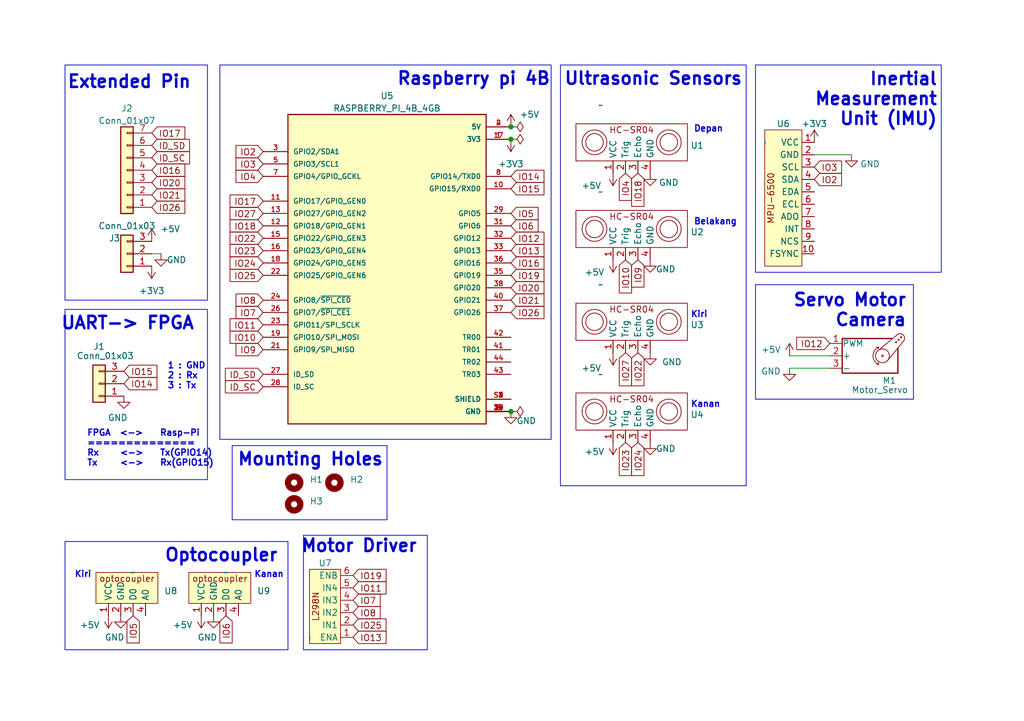
<source format=kicad_sch>
(kicad_sch (version 20230121) (generator eeschema)

  (uuid 5c361ce1-4f1f-4e47-b138-ac956c345973)

  (paper "A5")

  (title_block
    (title "Robot Evakuasi Gempa")
    (date "2024-05-07")
    (rev "1.0")
    (company "Institut Teknologi Bandung")
    (comment 1 "Jota Baret Tata")
  )

  (lib_symbols
    (symbol "Connector_Generic:Conn_01x03" (pin_names (offset 1.016) hide) (in_bom yes) (on_board yes)
      (property "Reference" "J" (at 0 5.08 0)
        (effects (font (size 1.27 1.27)))
      )
      (property "Value" "Conn_01x03" (at 0 -5.08 0)
        (effects (font (size 1.27 1.27)))
      )
      (property "Footprint" "" (at 0 0 0)
        (effects (font (size 1.27 1.27)) hide)
      )
      (property "Datasheet" "~" (at 0 0 0)
        (effects (font (size 1.27 1.27)) hide)
      )
      (property "ki_keywords" "connector" (at 0 0 0)
        (effects (font (size 1.27 1.27)) hide)
      )
      (property "ki_description" "Generic connector, single row, 01x03, script generated (kicad-library-utils/schlib/autogen/connector/)" (at 0 0 0)
        (effects (font (size 1.27 1.27)) hide)
      )
      (property "ki_fp_filters" "Connector*:*_1x??_*" (at 0 0 0)
        (effects (font (size 1.27 1.27)) hide)
      )
      (symbol "Conn_01x03_1_1"
        (rectangle (start -1.27 -2.413) (end 0 -2.667)
          (stroke (width 0.1524) (type default))
          (fill (type none))
        )
        (rectangle (start -1.27 0.127) (end 0 -0.127)
          (stroke (width 0.1524) (type default))
          (fill (type none))
        )
        (rectangle (start -1.27 2.667) (end 0 2.413)
          (stroke (width 0.1524) (type default))
          (fill (type none))
        )
        (rectangle (start -1.27 3.81) (end 1.27 -3.81)
          (stroke (width 0.254) (type default))
          (fill (type background))
        )
        (pin passive line (at -5.08 2.54 0) (length 3.81)
          (name "Pin_1" (effects (font (size 1.27 1.27))))
          (number "1" (effects (font (size 1.27 1.27))))
        )
        (pin passive line (at -5.08 0 0) (length 3.81)
          (name "Pin_2" (effects (font (size 1.27 1.27))))
          (number "2" (effects (font (size 1.27 1.27))))
        )
        (pin passive line (at -5.08 -2.54 0) (length 3.81)
          (name "Pin_3" (effects (font (size 1.27 1.27))))
          (number "3" (effects (font (size 1.27 1.27))))
        )
      )
    )
    (symbol "Connector_Generic:Conn_01x07" (pin_names (offset 1.016) hide) (in_bom yes) (on_board yes)
      (property "Reference" "J" (at 0 10.16 0)
        (effects (font (size 1.27 1.27)))
      )
      (property "Value" "Conn_01x07" (at 0 -10.16 0)
        (effects (font (size 1.27 1.27)))
      )
      (property "Footprint" "" (at 0 0 0)
        (effects (font (size 1.27 1.27)) hide)
      )
      (property "Datasheet" "~" (at 0 0 0)
        (effects (font (size 1.27 1.27)) hide)
      )
      (property "ki_keywords" "connector" (at 0 0 0)
        (effects (font (size 1.27 1.27)) hide)
      )
      (property "ki_description" "Generic connector, single row, 01x07, script generated (kicad-library-utils/schlib/autogen/connector/)" (at 0 0 0)
        (effects (font (size 1.27 1.27)) hide)
      )
      (property "ki_fp_filters" "Connector*:*_1x??_*" (at 0 0 0)
        (effects (font (size 1.27 1.27)) hide)
      )
      (symbol "Conn_01x07_1_1"
        (rectangle (start -1.27 -7.493) (end 0 -7.747)
          (stroke (width 0.1524) (type default))
          (fill (type none))
        )
        (rectangle (start -1.27 -4.953) (end 0 -5.207)
          (stroke (width 0.1524) (type default))
          (fill (type none))
        )
        (rectangle (start -1.27 -2.413) (end 0 -2.667)
          (stroke (width 0.1524) (type default))
          (fill (type none))
        )
        (rectangle (start -1.27 0.127) (end 0 -0.127)
          (stroke (width 0.1524) (type default))
          (fill (type none))
        )
        (rectangle (start -1.27 2.667) (end 0 2.413)
          (stroke (width 0.1524) (type default))
          (fill (type none))
        )
        (rectangle (start -1.27 5.207) (end 0 4.953)
          (stroke (width 0.1524) (type default))
          (fill (type none))
        )
        (rectangle (start -1.27 7.747) (end 0 7.493)
          (stroke (width 0.1524) (type default))
          (fill (type none))
        )
        (rectangle (start -1.27 8.89) (end 1.27 -8.89)
          (stroke (width 0.254) (type default))
          (fill (type background))
        )
        (pin passive line (at -5.08 7.62 0) (length 3.81)
          (name "Pin_1" (effects (font (size 1.27 1.27))))
          (number "1" (effects (font (size 1.27 1.27))))
        )
        (pin passive line (at -5.08 5.08 0) (length 3.81)
          (name "Pin_2" (effects (font (size 1.27 1.27))))
          (number "2" (effects (font (size 1.27 1.27))))
        )
        (pin passive line (at -5.08 2.54 0) (length 3.81)
          (name "Pin_3" (effects (font (size 1.27 1.27))))
          (number "3" (effects (font (size 1.27 1.27))))
        )
        (pin passive line (at -5.08 0 0) (length 3.81)
          (name "Pin_4" (effects (font (size 1.27 1.27))))
          (number "4" (effects (font (size 1.27 1.27))))
        )
        (pin passive line (at -5.08 -2.54 0) (length 3.81)
          (name "Pin_5" (effects (font (size 1.27 1.27))))
          (number "5" (effects (font (size 1.27 1.27))))
        )
        (pin passive line (at -5.08 -5.08 0) (length 3.81)
          (name "Pin_6" (effects (font (size 1.27 1.27))))
          (number "6" (effects (font (size 1.27 1.27))))
        )
        (pin passive line (at -5.08 -7.62 0) (length 3.81)
          (name "Pin_7" (effects (font (size 1.27 1.27))))
          (number "7" (effects (font (size 1.27 1.27))))
        )
      )
    )
    (symbol "Mechanical:MountingHole" (pin_names (offset 1.016)) (in_bom yes) (on_board yes)
      (property "Reference" "H" (at 0 5.08 0)
        (effects (font (size 1.27 1.27)))
      )
      (property "Value" "MountingHole" (at 0 3.175 0)
        (effects (font (size 1.27 1.27)))
      )
      (property "Footprint" "" (at 0 0 0)
        (effects (font (size 1.27 1.27)) hide)
      )
      (property "Datasheet" "~" (at 0 0 0)
        (effects (font (size 1.27 1.27)) hide)
      )
      (property "ki_keywords" "mounting hole" (at 0 0 0)
        (effects (font (size 1.27 1.27)) hide)
      )
      (property "ki_description" "Mounting Hole without connection" (at 0 0 0)
        (effects (font (size 1.27 1.27)) hide)
      )
      (property "ki_fp_filters" "MountingHole*" (at 0 0 0)
        (effects (font (size 1.27 1.27)) hide)
      )
      (symbol "MountingHole_0_1"
        (circle (center 0 0) (radius 1.27)
          (stroke (width 1.27) (type default))
          (fill (type none))
        )
      )
    )
    (symbol "Motor:Motor_Servo" (pin_names (offset 0.0254)) (in_bom yes) (on_board yes)
      (property "Reference" "M" (at -5.08 4.445 0)
        (effects (font (size 1.27 1.27)) (justify left))
      )
      (property "Value" "Motor_Servo" (at -5.08 -4.064 0)
        (effects (font (size 1.27 1.27)) (justify left top))
      )
      (property "Footprint" "" (at 0 -4.826 0)
        (effects (font (size 1.27 1.27)) hide)
      )
      (property "Datasheet" "http://forums.parallax.com/uploads/attachments/46831/74481.png" (at 0 -4.826 0)
        (effects (font (size 1.27 1.27)) hide)
      )
      (property "ki_keywords" "Servo Motor" (at 0 0 0)
        (effects (font (size 1.27 1.27)) hide)
      )
      (property "ki_description" "Servo Motor (Futaba, HiTec, JR connector)" (at 0 0 0)
        (effects (font (size 1.27 1.27)) hide)
      )
      (property "ki_fp_filters" "PinHeader*P2.54mm*" (at 0 0 0)
        (effects (font (size 1.27 1.27)) hide)
      )
      (symbol "Motor_Servo_0_1"
        (polyline
          (pts
            (xy 2.413 -1.778)
            (xy 2.032 -1.778)
          )
          (stroke (width 0) (type default))
          (fill (type none))
        )
        (polyline
          (pts
            (xy 2.413 -1.778)
            (xy 2.286 -1.397)
          )
          (stroke (width 0) (type default))
          (fill (type none))
        )
        (polyline
          (pts
            (xy 2.413 1.778)
            (xy 1.905 1.778)
          )
          (stroke (width 0) (type default))
          (fill (type none))
        )
        (polyline
          (pts
            (xy 2.413 1.778)
            (xy 2.286 1.397)
          )
          (stroke (width 0) (type default))
          (fill (type none))
        )
        (polyline
          (pts
            (xy 6.35 4.445)
            (xy 2.54 1.27)
          )
          (stroke (width 0) (type default))
          (fill (type none))
        )
        (polyline
          (pts
            (xy 7.62 3.175)
            (xy 4.191 -1.016)
          )
          (stroke (width 0) (type default))
          (fill (type none))
        )
        (polyline
          (pts
            (xy 5.08 3.556)
            (xy -5.08 3.556)
            (xy -5.08 -3.556)
            (xy 6.35 -3.556)
            (xy 6.35 1.524)
          )
          (stroke (width 0.254) (type default))
          (fill (type none))
        )
        (arc (start 2.413 1.778) (mid 1.2406 0) (end 2.413 -1.778)
          (stroke (width 0) (type default))
          (fill (type none))
        )
        (circle (center 3.175 0) (radius 0.1778)
          (stroke (width 0) (type default))
          (fill (type none))
        )
        (circle (center 3.175 0) (radius 1.4224)
          (stroke (width 0) (type default))
          (fill (type none))
        )
        (circle (center 5.969 2.794) (radius 0.127)
          (stroke (width 0) (type default))
          (fill (type none))
        )
        (circle (center 6.477 3.302) (radius 0.127)
          (stroke (width 0) (type default))
          (fill (type none))
        )
        (circle (center 6.985 3.81) (radius 0.127)
          (stroke (width 0) (type default))
          (fill (type none))
        )
        (arc (start 7.62 3.175) (mid 7.4485 4.2735) (end 6.35 4.445)
          (stroke (width 0) (type default))
          (fill (type none))
        )
      )
      (symbol "Motor_Servo_1_1"
        (pin passive line (at -7.62 2.54 0) (length 2.54)
          (name "PWM" (effects (font (size 1.27 1.27))))
          (number "1" (effects (font (size 1.27 1.27))))
        )
        (pin passive line (at -7.62 0 0) (length 2.54)
          (name "+" (effects (font (size 1.27 1.27))))
          (number "2" (effects (font (size 1.27 1.27))))
        )
        (pin passive line (at -7.62 -2.54 0) (length 2.54)
          (name "-" (effects (font (size 1.27 1.27))))
          (number "3" (effects (font (size 1.27 1.27))))
        )
      )
    )
    (symbol "OrangeQualitySorter_lib:HC-SR04" (in_bom yes) (on_board yes)
      (property "Reference" "U" (at 0 5.08 0)
        (effects (font (size 1.27 1.27)))
      )
      (property "Value" "" (at -6.35 7.62 0)
        (effects (font (size 1.27 1.27)))
      )
      (property "Footprint" "" (at -6.35 7.62 0)
        (effects (font (size 1.27 1.27)) hide)
      )
      (property "Datasheet" "" (at -6.35 7.62 0)
        (effects (font (size 1.27 1.27)) hide)
      )
      (symbol "HC-SR04_0_1"
        (rectangle (start -11.43 3.81) (end 11.43 -3.81)
          (stroke (width 0) (type default))
          (fill (type none))
        )
        (circle (center -7.62 0) (radius 1.7961)
          (stroke (width 0) (type default))
          (fill (type none))
        )
        (circle (center -7.62 0) (radius 2.54)
          (stroke (width 0) (type solid))
          (fill (type none))
        )
        (circle (center 7.62 0) (radius 1.7961)
          (stroke (width 0) (type default))
          (fill (type none))
        )
        (circle (center 7.62 0) (radius 2.54)
          (stroke (width 0) (type solid))
          (fill (type none))
        )
        (text "HC-SR04" (at 0 2.54 0)
          (effects (font (size 1.27 1.27)))
        )
      )
      (symbol "HC-SR04_1_1"
        (pin power_in line (at -3.81 -6.35 90) (length 2.54)
          (name "VCC" (effects (font (size 1.27 1.27))))
          (number "1" (effects (font (size 1.27 1.27))))
        )
        (pin input line (at -1.27 -6.35 90) (length 2.54)
          (name "Trig" (effects (font (size 1.27 1.27))))
          (number "2" (effects (font (size 1.27 1.27))))
        )
        (pin output line (at 1.27 -6.35 90) (length 2.54)
          (name "Echo" (effects (font (size 1.27 1.27))))
          (number "3" (effects (font (size 1.27 1.27))))
        )
        (pin power_in line (at 3.81 -6.35 90) (length 2.54)
          (name "GND" (effects (font (size 1.27 1.27))))
          (number "4" (effects (font (size 1.27 1.27))))
        )
      )
    )
    (symbol "RASPBERRY_PI_4B_4GB:RASPBERRY_PI_4B_4GB" (pin_names (offset 1.016)) (in_bom yes) (on_board yes)
      (property "Reference" "U" (at -20.32 33.528 0)
        (effects (font (size 1.27 1.27)) (justify left bottom))
      )
      (property "Value" "RASPBERRY_PI_4B_4GB" (at -20.32 -33.02 0)
        (effects (font (size 1.27 1.27)) (justify left bottom))
      )
      (property "Footprint" "RASPBERRY_PI_4B_4GB:MODULE_RASPBERRY_PI_4B_4GB" (at 0 0 0)
        (effects (font (size 1.27 1.27)) (justify bottom) hide)
      )
      (property "Datasheet" "" (at 0 0 0)
        (effects (font (size 1.27 1.27)) hide)
      )
      (property "MF" "Raspberry Pi" (at 0 0 0)
        (effects (font (size 1.27 1.27)) (justify bottom) hide)
      )
      (property "MAXIMUM_PACKAGE_HEIGHT" "16 mm" (at 0 0 0)
        (effects (font (size 1.27 1.27)) (justify bottom) hide)
      )
      (property "Package" "None" (at 0 0 0)
        (effects (font (size 1.27 1.27)) (justify bottom) hide)
      )
      (property "Price" "None" (at 0 0 0)
        (effects (font (size 1.27 1.27)) (justify bottom) hide)
      )
      (property "Check_prices" "https://www.snapeda.com/parts/RASPBERRY%20PI%204B/4GB/Raspberry+Pi/view-part/?ref=eda" (at 0 0 0)
        (effects (font (size 1.27 1.27)) (justify bottom) hide)
      )
      (property "STANDARD" "Manufacturer Recommendations" (at 0 0 0)
        (effects (font (size 1.27 1.27)) (justify bottom) hide)
      )
      (property "PARTREV" "4" (at 0 0 0)
        (effects (font (size 1.27 1.27)) (justify bottom) hide)
      )
      (property "SnapEDA_Link" "https://www.snapeda.com/parts/RASPBERRY%20PI%204B/4GB/Raspberry+Pi/view-part/?ref=snap" (at 0 0 0)
        (effects (font (size 1.27 1.27)) (justify bottom) hide)
      )
      (property "MP" "RASPBERRY PI 4B/4GB" (at 0 0 0)
        (effects (font (size 1.27 1.27)) (justify bottom) hide)
      )
      (property "Description" "\nBCM2711 Raspberry Pi 4 Model B 4GB - ARM® Cortex®-A72 MPU Embedded Evaluation Board\n" (at 0 0 0)
        (effects (font (size 1.27 1.27)) (justify bottom) hide)
      )
      (property "MANUFACTURER" "Raspberry Pi" (at 0 0 0)
        (effects (font (size 1.27 1.27)) (justify bottom) hide)
      )
      (property "Availability" "Not in stock" (at 0 0 0)
        (effects (font (size 1.27 1.27)) (justify bottom) hide)
      )
      (property "SNAPEDA_PN" "RASPBERRY PI 4B/4GB" (at 0 0 0)
        (effects (font (size 1.27 1.27)) (justify bottom) hide)
      )
      (symbol "RASPBERRY_PI_4B_4GB_0_0"
        (rectangle (start -20.32 -30.48) (end 20.32 33.02)
          (stroke (width 0.254) (type default))
          (fill (type background))
        )
        (pin power_in line (at 25.4 27.94 180) (length 5.08)
          (name "3V3" (effects (font (size 1.016 1.016))))
          (number "1" (effects (font (size 1.016 1.016))))
        )
        (pin bidirectional line (at 25.4 17.78 180) (length 5.08)
          (name "GPIO15/RXD0" (effects (font (size 1.016 1.016))))
          (number "10" (effects (font (size 1.016 1.016))))
        )
        (pin bidirectional line (at -25.4 15.24 0) (length 5.08)
          (name "GPIO17/GPIO_GEN0" (effects (font (size 1.016 1.016))))
          (number "11" (effects (font (size 1.016 1.016))))
        )
        (pin bidirectional line (at -25.4 10.16 0) (length 5.08)
          (name "GPIO18/GPIO_GEN1" (effects (font (size 1.016 1.016))))
          (number "12" (effects (font (size 1.016 1.016))))
        )
        (pin bidirectional line (at -25.4 12.7 0) (length 5.08)
          (name "GPIO27/GPIO_GEN2" (effects (font (size 1.016 1.016))))
          (number "13" (effects (font (size 1.016 1.016))))
        )
        (pin power_in line (at 25.4 -27.94 180) (length 5.08)
          (name "GND" (effects (font (size 1.016 1.016))))
          (number "14" (effects (font (size 1.016 1.016))))
        )
        (pin bidirectional line (at -25.4 7.62 0) (length 5.08)
          (name "GPIO22/GPIO_GEN3" (effects (font (size 1.016 1.016))))
          (number "15" (effects (font (size 1.016 1.016))))
        )
        (pin bidirectional line (at -25.4 5.08 0) (length 5.08)
          (name "GPIO23/GPIO_GEN4" (effects (font (size 1.016 1.016))))
          (number "16" (effects (font (size 1.016 1.016))))
        )
        (pin power_in line (at 25.4 27.94 180) (length 5.08)
          (name "3V3" (effects (font (size 1.016 1.016))))
          (number "17" (effects (font (size 1.016 1.016))))
        )
        (pin bidirectional line (at -25.4 2.54 0) (length 5.08)
          (name "GPIO24/GPIO_GEN5" (effects (font (size 1.016 1.016))))
          (number "18" (effects (font (size 1.016 1.016))))
        )
        (pin bidirectional line (at -25.4 -12.7 0) (length 5.08)
          (name "GPIO10/SPI_MOSI" (effects (font (size 1.016 1.016))))
          (number "19" (effects (font (size 1.016 1.016))))
        )
        (pin power_in line (at 25.4 30.48 180) (length 5.08)
          (name "5V" (effects (font (size 1.016 1.016))))
          (number "2" (effects (font (size 1.016 1.016))))
        )
        (pin power_in line (at 25.4 -27.94 180) (length 5.08)
          (name "GND" (effects (font (size 1.016 1.016))))
          (number "20" (effects (font (size 1.016 1.016))))
        )
        (pin bidirectional line (at -25.4 -15.24 0) (length 5.08)
          (name "GPIO9/SPI_MISO" (effects (font (size 1.016 1.016))))
          (number "21" (effects (font (size 1.016 1.016))))
        )
        (pin bidirectional line (at -25.4 0 0) (length 5.08)
          (name "GPIO25/GPIO_GEN6" (effects (font (size 1.016 1.016))))
          (number "22" (effects (font (size 1.016 1.016))))
        )
        (pin bidirectional line (at -25.4 -10.16 0) (length 5.08)
          (name "GPIO11/SPI_SCLK" (effects (font (size 1.016 1.016))))
          (number "23" (effects (font (size 1.016 1.016))))
        )
        (pin bidirectional line (at -25.4 -5.08 0) (length 5.08)
          (name "GPIO8/~{SPI_CE0}" (effects (font (size 1.016 1.016))))
          (number "24" (effects (font (size 1.016 1.016))))
        )
        (pin power_in line (at 25.4 -27.94 180) (length 5.08)
          (name "GND" (effects (font (size 1.016 1.016))))
          (number "25" (effects (font (size 1.016 1.016))))
        )
        (pin bidirectional line (at -25.4 -7.62 0) (length 5.08)
          (name "GPIO7/~{SPI_CE1}" (effects (font (size 1.016 1.016))))
          (number "26" (effects (font (size 1.016 1.016))))
        )
        (pin bidirectional line (at -25.4 -20.32 0) (length 5.08)
          (name "ID_SD" (effects (font (size 1.016 1.016))))
          (number "27" (effects (font (size 1.016 1.016))))
        )
        (pin bidirectional line (at -25.4 -22.86 0) (length 5.08)
          (name "ID_SC" (effects (font (size 1.016 1.016))))
          (number "28" (effects (font (size 1.016 1.016))))
        )
        (pin bidirectional line (at 25.4 12.7 180) (length 5.08)
          (name "GPIO5" (effects (font (size 1.016 1.016))))
          (number "29" (effects (font (size 1.016 1.016))))
        )
        (pin bidirectional line (at -25.4 25.4 0) (length 5.08)
          (name "GPIO2/SDA1" (effects (font (size 1.016 1.016))))
          (number "3" (effects (font (size 1.016 1.016))))
        )
        (pin power_in line (at 25.4 -27.94 180) (length 5.08)
          (name "GND" (effects (font (size 1.016 1.016))))
          (number "30" (effects (font (size 1.016 1.016))))
        )
        (pin bidirectional line (at 25.4 10.16 180) (length 5.08)
          (name "GPIO6" (effects (font (size 1.016 1.016))))
          (number "31" (effects (font (size 1.016 1.016))))
        )
        (pin bidirectional line (at 25.4 7.62 180) (length 5.08)
          (name "GPIO12" (effects (font (size 1.016 1.016))))
          (number "32" (effects (font (size 1.016 1.016))))
        )
        (pin bidirectional line (at 25.4 5.08 180) (length 5.08)
          (name "GPIO13" (effects (font (size 1.016 1.016))))
          (number "33" (effects (font (size 1.016 1.016))))
        )
        (pin power_in line (at 25.4 -27.94 180) (length 5.08)
          (name "GND" (effects (font (size 1.016 1.016))))
          (number "34" (effects (font (size 1.016 1.016))))
        )
        (pin bidirectional line (at 25.4 0 180) (length 5.08)
          (name "GPIO19" (effects (font (size 1.016 1.016))))
          (number "35" (effects (font (size 1.016 1.016))))
        )
        (pin bidirectional line (at 25.4 2.54 180) (length 5.08)
          (name "GPIO16" (effects (font (size 1.016 1.016))))
          (number "36" (effects (font (size 1.016 1.016))))
        )
        (pin bidirectional line (at 25.4 -7.62 180) (length 5.08)
          (name "GPIO26" (effects (font (size 1.016 1.016))))
          (number "37" (effects (font (size 1.016 1.016))))
        )
        (pin bidirectional line (at 25.4 -2.54 180) (length 5.08)
          (name "GPIO20" (effects (font (size 1.016 1.016))))
          (number "38" (effects (font (size 1.016 1.016))))
        )
        (pin power_in line (at 25.4 -27.94 180) (length 5.08)
          (name "GND" (effects (font (size 1.016 1.016))))
          (number "39" (effects (font (size 1.016 1.016))))
        )
        (pin power_in line (at 25.4 30.48 180) (length 5.08)
          (name "5V" (effects (font (size 1.016 1.016))))
          (number "4" (effects (font (size 1.016 1.016))))
        )
        (pin bidirectional line (at 25.4 -5.08 180) (length 5.08)
          (name "GPIO21" (effects (font (size 1.016 1.016))))
          (number "40" (effects (font (size 1.016 1.016))))
        )
        (pin bidirectional line (at 25.4 -15.24 180) (length 5.08)
          (name "TR01" (effects (font (size 1.016 1.016))))
          (number "41" (effects (font (size 1.016 1.016))))
        )
        (pin bidirectional line (at 25.4 -12.7 180) (length 5.08)
          (name "TR00" (effects (font (size 1.016 1.016))))
          (number "42" (effects (font (size 1.016 1.016))))
        )
        (pin bidirectional line (at 25.4 -20.32 180) (length 5.08)
          (name "TR03" (effects (font (size 1.016 1.016))))
          (number "43" (effects (font (size 1.016 1.016))))
        )
        (pin bidirectional line (at 25.4 -17.78 180) (length 5.08)
          (name "TR02" (effects (font (size 1.016 1.016))))
          (number "44" (effects (font (size 1.016 1.016))))
        )
        (pin bidirectional line (at -25.4 22.86 0) (length 5.08)
          (name "GPIO3/SCL1" (effects (font (size 1.016 1.016))))
          (number "5" (effects (font (size 1.016 1.016))))
        )
        (pin power_in line (at 25.4 -27.94 180) (length 5.08)
          (name "GND" (effects (font (size 1.016 1.016))))
          (number "6" (effects (font (size 1.016 1.016))))
        )
        (pin bidirectional line (at -25.4 20.32 0) (length 5.08)
          (name "GPIO4/GPIO_GCKL" (effects (font (size 1.016 1.016))))
          (number "7" (effects (font (size 1.016 1.016))))
        )
        (pin bidirectional line (at 25.4 20.32 180) (length 5.08)
          (name "GPIO14/TXD0" (effects (font (size 1.016 1.016))))
          (number "8" (effects (font (size 1.016 1.016))))
        )
        (pin power_in line (at 25.4 -27.94 180) (length 5.08)
          (name "GND" (effects (font (size 1.016 1.016))))
          (number "9" (effects (font (size 1.016 1.016))))
        )
        (pin power_in line (at 25.4 -25.4 180) (length 5.08)
          (name "SHIELD" (effects (font (size 1.016 1.016))))
          (number "S1" (effects (font (size 1.016 1.016))))
        )
        (pin power_in line (at 25.4 -25.4 180) (length 5.08)
          (name "SHIELD" (effects (font (size 1.016 1.016))))
          (number "S2" (effects (font (size 1.016 1.016))))
        )
        (pin power_in line (at 25.4 -25.4 180) (length 5.08)
          (name "SHIELD" (effects (font (size 1.016 1.016))))
          (number "S3" (effects (font (size 1.016 1.016))))
        )
        (pin power_in line (at 25.4 -25.4 180) (length 5.08)
          (name "SHIELD" (effects (font (size 1.016 1.016))))
          (number "S4" (effects (font (size 1.016 1.016))))
        )
      )
    )
    (symbol "RobotEvakuasiGempa_lib:L298N" (in_bom yes) (on_board yes)
      (property "Reference" "U" (at 0 5.08 0)
        (effects (font (size 1.27 1.27)))
      )
      (property "Value" "" (at -6.35 3.81 0)
        (effects (font (size 1.27 1.27)))
      )
      (property "Footprint" "" (at -6.35 3.81 0)
        (effects (font (size 1.27 1.27)) hide)
      )
      (property "Datasheet" "" (at -6.35 3.81 0)
        (effects (font (size 1.27 1.27)) hide)
      )
      (symbol "L298N_0_1"
        (rectangle (start -7.62 3.81) (end 7.62 -2.54)
          (stroke (width 0) (type default))
          (fill (type background))
        )
        (text "L298N" (at 0 2.54 0)
          (effects (font (size 1.27 1.27)))
        )
      )
      (symbol "L298N_1_1"
        (pin input line (at -6.35 -5.08 90) (length 2.54)
          (name "ENA" (effects (font (size 1.27 1.27))))
          (number "1" (effects (font (size 1.27 1.27))))
        )
        (pin input line (at -3.81 -5.08 90) (length 2.54)
          (name "IN1" (effects (font (size 1.27 1.27))))
          (number "2" (effects (font (size 1.27 1.27))))
        )
        (pin input line (at -1.27 -5.08 90) (length 2.54)
          (name "IN2" (effects (font (size 1.27 1.27))))
          (number "3" (effects (font (size 1.27 1.27))))
        )
        (pin input line (at 1.27 -5.08 90) (length 2.54)
          (name "IN3" (effects (font (size 1.27 1.27))))
          (number "4" (effects (font (size 1.27 1.27))))
        )
        (pin input line (at 3.81 -5.08 90) (length 2.54)
          (name "IN4" (effects (font (size 1.27 1.27))))
          (number "5" (effects (font (size 1.27 1.27))))
        )
        (pin input line (at 6.35 -5.08 90) (length 2.54)
          (name "ENB" (effects (font (size 1.27 1.27))))
          (number "6" (effects (font (size 1.27 1.27))))
        )
      )
    )
    (symbol "RobotEvakuasiGempa_lib:MPU-6500" (in_bom yes) (on_board yes)
      (property "Reference" "U" (at 0 5.08 0)
        (effects (font (size 1.27 1.27)))
      )
      (property "Value" "" (at -3.81 1.27 90)
        (effects (font (size 1.27 1.27)))
      )
      (property "Footprint" "" (at -3.81 1.27 90)
        (effects (font (size 1.27 1.27)) hide)
      )
      (property "Datasheet" "" (at -3.81 1.27 90)
        (effects (font (size 1.27 1.27)) hide)
      )
      (symbol "MPU-6500_0_1"
        (rectangle (start -3.81 -24.13) (end 3.81 3.81)
          (stroke (width 0) (type default))
          (fill (type background))
        )
        (text "MPU-6500" (at -2.54 -10.16 900)
          (effects (font (size 1.27 1.27)))
        )
      )
      (symbol "MPU-6500_1_1"
        (pin power_in line (at 6.35 1.27 180) (length 2.54)
          (name "VCC" (effects (font (size 1.27 1.27))))
          (number "1" (effects (font (size 1.27 1.27))))
        )
        (pin bidirectional line (at 6.35 -21.59 180) (length 2.54)
          (name "FSYNC" (effects (font (size 1.27 1.27))))
          (number "10" (effects (font (size 1.27 1.27))))
        )
        (pin power_in line (at 6.35 -1.27 180) (length 2.54)
          (name "GND" (effects (font (size 1.27 1.27))))
          (number "2" (effects (font (size 1.27 1.27))))
        )
        (pin input line (at 6.35 -3.81 180) (length 2.54)
          (name "SCL" (effects (font (size 1.27 1.27))))
          (number "3" (effects (font (size 1.27 1.27))))
        )
        (pin output line (at 6.35 -6.35 180) (length 2.54)
          (name "SDA" (effects (font (size 1.27 1.27))))
          (number "4" (effects (font (size 1.27 1.27))))
        )
        (pin bidirectional line (at 6.35 -8.89 180) (length 2.54)
          (name "EDA" (effects (font (size 1.27 1.27))))
          (number "5" (effects (font (size 1.27 1.27))))
        )
        (pin bidirectional line (at 6.35 -11.43 180) (length 2.54)
          (name "ECL" (effects (font (size 1.27 1.27))))
          (number "6" (effects (font (size 1.27 1.27))))
        )
        (pin bidirectional line (at 6.35 -13.97 180) (length 2.54)
          (name "ADO" (effects (font (size 1.27 1.27))))
          (number "7" (effects (font (size 1.27 1.27))))
        )
        (pin bidirectional line (at 6.35 -16.51 180) (length 2.54)
          (name "INT" (effects (font (size 1.27 1.27))))
          (number "8" (effects (font (size 1.27 1.27))))
        )
        (pin bidirectional line (at 6.35 -19.05 180) (length 2.54)
          (name "NCS" (effects (font (size 1.27 1.27))))
          (number "9" (effects (font (size 1.27 1.27))))
        )
      )
    )
    (symbol "RobotEvakuasiGempa_lib:Sensor_Optocoupler" (in_bom yes) (on_board yes)
      (property "Reference" "U" (at 0 5.08 0)
        (effects (font (size 1.27 1.27)))
      )
      (property "Value" "" (at 1.27 3.81 0)
        (effects (font (size 1.27 1.27)))
      )
      (property "Footprint" "" (at 1.27 3.81 0)
        (effects (font (size 1.27 1.27)) hide)
      )
      (property "Datasheet" "" (at 1.27 3.81 0)
        (effects (font (size 1.27 1.27)) hide)
      )
      (symbol "Sensor_Optocoupler_0_1"
        (rectangle (start -6.35 3.81) (end 6.35 -2.54)
          (stroke (width 0) (type default))
          (fill (type background))
        )
        (text "optocoupler" (at 0 2.54 0)
          (effects (font (size 1.27 1.27)))
        )
      )
      (symbol "Sensor_Optocoupler_1_1"
        (pin power_in line (at -3.81 -5.08 90) (length 2.54)
          (name "VCC" (effects (font (size 1.27 1.27))))
          (number "1" (effects (font (size 1.27 1.27))))
        )
        (pin power_in line (at -1.27 -5.08 90) (length 2.54)
          (name "GND" (effects (font (size 1.27 1.27))))
          (number "2" (effects (font (size 1.27 1.27))))
        )
        (pin output line (at 1.27 -5.08 90) (length 2.54)
          (name "D0" (effects (font (size 1.27 1.27))))
          (number "3" (effects (font (size 1.27 1.27))))
        )
        (pin output line (at 3.81 -5.08 90) (length 2.54)
          (name "A0" (effects (font (size 1.27 1.27))))
          (number "4" (effects (font (size 1.27 1.27))))
        )
      )
    )
    (symbol "power:+3V3" (power) (pin_names (offset 0)) (in_bom yes) (on_board yes)
      (property "Reference" "#PWR" (at 0 -3.81 0)
        (effects (font (size 1.27 1.27)) hide)
      )
      (property "Value" "+3V3" (at 0 3.556 0)
        (effects (font (size 1.27 1.27)))
      )
      (property "Footprint" "" (at 0 0 0)
        (effects (font (size 1.27 1.27)) hide)
      )
      (property "Datasheet" "" (at 0 0 0)
        (effects (font (size 1.27 1.27)) hide)
      )
      (property "ki_keywords" "global power" (at 0 0 0)
        (effects (font (size 1.27 1.27)) hide)
      )
      (property "ki_description" "Power symbol creates a global label with name \"+3V3\"" (at 0 0 0)
        (effects (font (size 1.27 1.27)) hide)
      )
      (symbol "+3V3_0_1"
        (polyline
          (pts
            (xy -0.762 1.27)
            (xy 0 2.54)
          )
          (stroke (width 0) (type default))
          (fill (type none))
        )
        (polyline
          (pts
            (xy 0 0)
            (xy 0 2.54)
          )
          (stroke (width 0) (type default))
          (fill (type none))
        )
        (polyline
          (pts
            (xy 0 2.54)
            (xy 0.762 1.27)
          )
          (stroke (width 0) (type default))
          (fill (type none))
        )
      )
      (symbol "+3V3_1_1"
        (pin power_in line (at 0 0 90) (length 0) hide
          (name "+3V3" (effects (font (size 1.27 1.27))))
          (number "1" (effects (font (size 1.27 1.27))))
        )
      )
    )
    (symbol "power:+5V" (power) (pin_names (offset 0)) (in_bom yes) (on_board yes)
      (property "Reference" "#PWR" (at 0 -3.81 0)
        (effects (font (size 1.27 1.27)) hide)
      )
      (property "Value" "+5V" (at 0 3.556 0)
        (effects (font (size 1.27 1.27)))
      )
      (property "Footprint" "" (at 0 0 0)
        (effects (font (size 1.27 1.27)) hide)
      )
      (property "Datasheet" "" (at 0 0 0)
        (effects (font (size 1.27 1.27)) hide)
      )
      (property "ki_keywords" "global power" (at 0 0 0)
        (effects (font (size 1.27 1.27)) hide)
      )
      (property "ki_description" "Power symbol creates a global label with name \"+5V\"" (at 0 0 0)
        (effects (font (size 1.27 1.27)) hide)
      )
      (symbol "+5V_0_1"
        (polyline
          (pts
            (xy -0.762 1.27)
            (xy 0 2.54)
          )
          (stroke (width 0) (type default))
          (fill (type none))
        )
        (polyline
          (pts
            (xy 0 0)
            (xy 0 2.54)
          )
          (stroke (width 0) (type default))
          (fill (type none))
        )
        (polyline
          (pts
            (xy 0 2.54)
            (xy 0.762 1.27)
          )
          (stroke (width 0) (type default))
          (fill (type none))
        )
      )
      (symbol "+5V_1_1"
        (pin power_in line (at 0 0 90) (length 0) hide
          (name "+5V" (effects (font (size 1.27 1.27))))
          (number "1" (effects (font (size 1.27 1.27))))
        )
      )
    )
    (symbol "power:GND" (power) (pin_names (offset 0)) (in_bom yes) (on_board yes)
      (property "Reference" "#PWR" (at 0 -6.35 0)
        (effects (font (size 1.27 1.27)) hide)
      )
      (property "Value" "GND" (at 0 -3.81 0)
        (effects (font (size 1.27 1.27)))
      )
      (property "Footprint" "" (at 0 0 0)
        (effects (font (size 1.27 1.27)) hide)
      )
      (property "Datasheet" "" (at 0 0 0)
        (effects (font (size 1.27 1.27)) hide)
      )
      (property "ki_keywords" "global power" (at 0 0 0)
        (effects (font (size 1.27 1.27)) hide)
      )
      (property "ki_description" "Power symbol creates a global label with name \"GND\" , ground" (at 0 0 0)
        (effects (font (size 1.27 1.27)) hide)
      )
      (symbol "GND_0_1"
        (polyline
          (pts
            (xy 0 0)
            (xy 0 -1.27)
            (xy 1.27 -1.27)
            (xy 0 -2.54)
            (xy -1.27 -1.27)
            (xy 0 -1.27)
          )
          (stroke (width 0) (type default))
          (fill (type none))
        )
      )
      (symbol "GND_1_1"
        (pin power_in line (at 0 0 270) (length 0) hide
          (name "GND" (effects (font (size 1.27 1.27))))
          (number "1" (effects (font (size 1.27 1.27))))
        )
      )
    )
    (symbol "power:PWR_FLAG" (power) (pin_numbers hide) (pin_names (offset 0) hide) (in_bom yes) (on_board yes)
      (property "Reference" "#FLG" (at 0 1.905 0)
        (effects (font (size 1.27 1.27)) hide)
      )
      (property "Value" "PWR_FLAG" (at 0 3.81 0)
        (effects (font (size 1.27 1.27)))
      )
      (property "Footprint" "" (at 0 0 0)
        (effects (font (size 1.27 1.27)) hide)
      )
      (property "Datasheet" "~" (at 0 0 0)
        (effects (font (size 1.27 1.27)) hide)
      )
      (property "ki_keywords" "flag power" (at 0 0 0)
        (effects (font (size 1.27 1.27)) hide)
      )
      (property "ki_description" "Special symbol for telling ERC where power comes from" (at 0 0 0)
        (effects (font (size 1.27 1.27)) hide)
      )
      (symbol "PWR_FLAG_0_0"
        (pin power_out line (at 0 0 90) (length 0)
          (name "pwr" (effects (font (size 1.27 1.27))))
          (number "1" (effects (font (size 1.27 1.27))))
        )
      )
      (symbol "PWR_FLAG_0_1"
        (polyline
          (pts
            (xy 0 0)
            (xy 0 1.27)
            (xy -1.016 1.905)
            (xy 0 2.54)
            (xy 1.016 1.905)
            (xy 0 1.27)
          )
          (stroke (width 0) (type default))
          (fill (type none))
        )
      )
    )
  )


  (junction (at 104.775 28.575) (diameter 0) (color 0 0 0 0)
    (uuid 815ef641-ae18-413c-ad1d-09c93045b673)
  )
  (junction (at 104.775 26.035) (diameter 0) (color 0 0 0 0)
    (uuid 83e07309-8dae-4c30-a07a-02416d12b5f3)
  )
  (junction (at 104.775 84.455) (diameter 0) (color 0 0 0 0)
    (uuid f05030b9-0dbb-4f6b-ac81-affdd06f8707)
  )

  (wire (pts (xy 161.925 75.565) (xy 170.18 75.565))
    (stroke (width 0) (type default))
    (uuid 5c8a4176-37e4-41b0-adc7-32646dcf2eee)
  )
  (wire (pts (xy 161.925 73.025) (xy 170.18 73.025))
    (stroke (width 0) (type default))
    (uuid 66f1968a-4f94-4e46-9f62-f38eccbe6182)
  )
  (wire (pts (xy 33.02 52.07) (xy 31.115 52.07))
    (stroke (width 0) (type default))
    (uuid dd6873bc-7d0f-413a-b7f8-56871bbab48f)
  )
  (wire (pts (xy 167.005 31.75) (xy 174.625 31.75))
    (stroke (width 0) (type default))
    (uuid e07f145a-6dc9-4941-843b-0ab85fe60cec)
  )

  (rectangle (start 45.085 13.335) (end 113.03 90.17)
    (stroke (width 0) (type default))
    (fill (type none))
    (uuid 0fc25acf-eacc-419a-b876-566130f8ccd5)
  )
  (rectangle (start 13.335 63.5) (end 42.545 98.425)
    (stroke (width 0) (type default))
    (fill (type none))
    (uuid 1d55d863-924e-4bcf-a866-3db1915d7369)
  )
  (rectangle (start 154.94 13.335) (end 193.04 55.88)
    (stroke (width 0) (type default))
    (fill (type none))
    (uuid 24c5c5ab-2310-4f0b-8ff1-b8bbd222a67c)
  )
  (rectangle (start 13.335 111.125) (end 59.055 133.35)
    (stroke (width 0) (type default))
    (fill (type none))
    (uuid 60af0126-c04e-4f7d-8e03-eb6df78a9a37)
  )
  (rectangle (start 114.935 13.335) (end 153.035 99.695)
    (stroke (width 0) (type default))
    (fill (type none))
    (uuid 7ab5faea-430f-497a-8a63-cd237caab7bd)
  )
  (rectangle (start 13.335 13.335) (end 42.545 61.595)
    (stroke (width 0) (type default))
    (fill (type none))
    (uuid 80beeea5-fd8d-4895-b859-95af435b8dfb)
  )
  (rectangle (start 62.23 109.855) (end 87.63 133.35)
    (stroke (width 0) (type default))
    (fill (type none))
    (uuid 85f0d4ba-e58f-4ebf-8d0c-34515103e677)
  )
  (rectangle (start 47.625 91.44) (end 79.375 106.68)
    (stroke (width 0) (type default))
    (fill (type none))
    (uuid 92c9b17b-53bd-48de-b6b7-2e11e98df637)
  )
  (rectangle (start 154.94 58.42) (end 187.325 81.915)
    (stroke (width 0) (type default))
    (fill (type none))
    (uuid c3dc6c26-94bd-4145-87d4-10bfa65fb142)
  )

  (text "1 : GND\n2 : Rx\n3 : Tx\n" (at 34.29 80.01 0)
    (effects (font (size 1.27 1.27) bold) (justify left bottom))
    (uuid 08ce75ba-0d24-4964-ace3-15f840171687)
  )
  (text "Servo Motor\nCamera" (at 186.055 67.31 0)
    (effects (font (size 2.54 2.54) bold) (justify right bottom))
    (uuid 29aef1f2-0fc2-478a-8da7-790da5d75b6b)
  )
  (text "Mounting Holes" (at 78.74 95.885 0)
    (effects (font (size 2.54 2.54) bold) (justify right bottom))
    (uuid 3c84d59f-b8bb-4aee-b36b-1add5b59d158)
  )
  (text "Depan" (at 142.24 27.305 0)
    (effects (font (size 1.27 1.27) bold) (justify left bottom))
    (uuid 4a4279f0-a281-4ccc-8a97-962a163a0be7)
  )
  (text "FPGA  <->	Rasp-Pi\n==============\nRx	  <->	Tx(GPIO14)\nTx	  <->	Rx(GPIO15)"
    (at 17.78 95.885 0)
    (effects (font (size 1.27 1.27) bold) (justify left bottom))
    (uuid 587d924d-a687-42c4-933f-5c0daf6fd174)
  )
  (text "Kiri" (at 15.24 118.745 0)
    (effects (font (size 1.27 1.27) bold) (justify left bottom))
    (uuid 5fb28ad3-0cff-4bfe-aa7e-5a6a668e2f98)
  )
  (text "Raspberry pi 4B" (at 81.28 17.78 0)
    (effects (font (size 2.54 2.54) bold) (justify left bottom))
    (uuid 6d018419-6db1-411d-8682-a89ca9816a45)
  )
  (text "Kiri" (at 141.605 65.405 0)
    (effects (font (size 1.27 1.27) bold) (justify left bottom))
    (uuid 9de1522a-70c5-4f0a-a637-591e78f1e9f2)
  )
  (text "UART-> FPGA" (at 40.005 67.945 0)
    (effects (font (size 2.54 2.54) bold) (justify right bottom))
    (uuid ad72c479-a898-4cc7-b41b-a73689dac4be)
  )
  (text "Ultrasonic Sensors" (at 115.57 17.78 0)
    (effects (font (size 2.54 2.54) bold) (justify left bottom))
    (uuid b8666518-6a39-4e1e-adee-c1ae65257520)
  )
  (text "Belakang" (at 142.24 46.355 0)
    (effects (font (size 1.27 1.27) bold) (justify left bottom))
    (uuid c0962e0e-8e91-4bb7-85f0-8c4a686e4681)
  )
  (text "Motor Driver" (at 85.725 113.665 0)
    (effects (font (size 2.54 2.54) bold) (justify right bottom))
    (uuid c2dc339b-9b9a-465c-9902-817ae1dcc29d)
  )
  (text "Inertial\nMeasurement\nUnit (IMU)" (at 192.405 26.035 0)
    (effects (font (size 2.54 2.54) bold) (justify right bottom))
    (uuid c8f03f93-3fe0-47f7-ac17-857d1b831b48)
  )
  (text "Kanan" (at 52.07 118.745 0)
    (effects (font (size 1.27 1.27) bold) (justify left bottom))
    (uuid d2bbecad-0373-48d3-969a-98d48ae72315)
  )
  (text "Extended Pin" (at 39.37 18.415 0)
    (effects (font (size 2.54 2.54) bold) (justify right bottom))
    (uuid e1851902-46db-4ab1-935a-dedae6193486)
  )
  (text "Optocoupler" (at 57.15 115.57 0)
    (effects (font (size 2.54 2.54) bold) (justify right bottom))
    (uuid e8ed20df-3680-4b38-bb61-5b0d0bf5fcb5)
  )
  (text "Kanan" (at 141.605 83.82 0)
    (effects (font (size 1.27 1.27) bold) (justify left bottom))
    (uuid ed614619-0b55-49b0-9d62-03cf98c68e19)
  )

  (global_label "IO2" (shape input) (at 53.975 31.115 180) (fields_autoplaced)
    (effects (font (size 1.27 1.27)) (justify right))
    (uuid 04fcd67e-0b92-40a3-8d42-96ed2bb84d6f)
    (property "Intersheetrefs" "${INTERSHEET_REFS}" (at 47.9244 31.115 0)
      (effects (font (size 1.27 1.27)) (justify right) hide)
    )
  )
  (global_label "IO14" (shape input) (at 104.775 36.195 0) (fields_autoplaced)
    (effects (font (size 1.27 1.27)) (justify left))
    (uuid 0616c13b-8cdc-4b85-98d2-e35ec7a63b92)
    (property "Intersheetrefs" "${INTERSHEET_REFS}" (at 112.0351 36.195 0)
      (effects (font (size 1.27 1.27)) (justify left) hide)
    )
  )
  (global_label "IO10" (shape input) (at 53.975 69.215 180) (fields_autoplaced)
    (effects (font (size 1.27 1.27)) (justify right))
    (uuid 16cb4eda-02f4-4e72-8219-4485fbf1e72f)
    (property "Intersheetrefs" "${INTERSHEET_REFS}" (at 46.7149 69.215 0)
      (effects (font (size 1.27 1.27)) (justify right) hide)
    )
  )
  (global_label "IO13" (shape input) (at 72.39 130.81 0) (fields_autoplaced)
    (effects (font (size 1.27 1.27)) (justify left))
    (uuid 1795f70f-bfea-4061-913e-106505e7c142)
    (property "Intersheetrefs" "${INTERSHEET_REFS}" (at 79.6501 130.81 0)
      (effects (font (size 1.27 1.27)) (justify left) hide)
    )
  )
  (global_label "IO24" (shape input) (at 53.975 53.975 180) (fields_autoplaced)
    (effects (font (size 1.27 1.27)) (justify right))
    (uuid 234dc265-7eb5-4283-a8c6-1f6065eaf901)
    (property "Intersheetrefs" "${INTERSHEET_REFS}" (at 46.7149 53.975 0)
      (effects (font (size 1.27 1.27)) (justify right) hide)
    )
  )
  (global_label "IO12" (shape input) (at 170.18 70.485 180) (fields_autoplaced)
    (effects (font (size 1.27 1.27)) (justify right))
    (uuid 2ea7fa68-1a27-46ae-8fb3-8bcc8065247e)
    (property "Intersheetrefs" "${INTERSHEET_REFS}" (at 162.9199 70.485 0)
      (effects (font (size 1.27 1.27)) (justify right) hide)
    )
  )
  (global_label "IO27" (shape input) (at 53.975 43.815 180) (fields_autoplaced)
    (effects (font (size 1.27 1.27)) (justify right))
    (uuid 357a3362-db87-4a70-ba70-2539305f1006)
    (property "Intersheetrefs" "${INTERSHEET_REFS}" (at 46.7149 43.815 0)
      (effects (font (size 1.27 1.27)) (justify right) hide)
    )
  )
  (global_label "IO18" (shape input) (at 130.81 35.56 270) (fields_autoplaced)
    (effects (font (size 1.27 1.27)) (justify right))
    (uuid 43a20ee1-f079-4dba-8af9-eab016e33ef5)
    (property "Intersheetrefs" "${INTERSHEET_REFS}" (at 130.81 42.8201 90)
      (effects (font (size 1.27 1.27)) (justify right) hide)
    )
  )
  (global_label "ID_SD" (shape input) (at 53.975 76.835 180) (fields_autoplaced)
    (effects (font (size 1.27 1.27)) (justify right))
    (uuid 49947321-c4de-4800-b64c-9949973071a4)
    (property "Intersheetrefs" "${INTERSHEET_REFS}" (at 45.7473 76.835 0)
      (effects (font (size 1.27 1.27)) (justify right) hide)
    )
  )
  (global_label "IO16" (shape input) (at 31.115 34.925 0) (fields_autoplaced)
    (effects (font (size 1.27 1.27)) (justify left))
    (uuid 4f9605cd-7cb8-40e9-9518-af3906b7f312)
    (property "Intersheetrefs" "${INTERSHEET_REFS}" (at 38.3751 34.925 0)
      (effects (font (size 1.27 1.27)) (justify left) hide)
    )
  )
  (global_label "IO23" (shape input) (at 53.975 51.435 180) (fields_autoplaced)
    (effects (font (size 1.27 1.27)) (justify right))
    (uuid 555f1b27-54f9-483e-a2ed-7d043eb99340)
    (property "Intersheetrefs" "${INTERSHEET_REFS}" (at 46.7149 51.435 0)
      (effects (font (size 1.27 1.27)) (justify right) hide)
    )
  )
  (global_label "IO20" (shape input) (at 104.775 59.055 0) (fields_autoplaced)
    (effects (font (size 1.27 1.27)) (justify left))
    (uuid 59e7a57c-4166-4b4d-991d-172b3b25afe6)
    (property "Intersheetrefs" "${INTERSHEET_REFS}" (at 112.0351 59.055 0)
      (effects (font (size 1.27 1.27)) (justify left) hide)
    )
  )
  (global_label "IO5" (shape input) (at 104.775 43.815 0) (fields_autoplaced)
    (effects (font (size 1.27 1.27)) (justify left))
    (uuid 5b7ca853-fd30-4769-80ee-684b4d5cb968)
    (property "Intersheetrefs" "${INTERSHEET_REFS}" (at 110.8256 43.815 0)
      (effects (font (size 1.27 1.27)) (justify left) hide)
    )
  )
  (global_label "IO3" (shape input) (at 53.975 33.655 180) (fields_autoplaced)
    (effects (font (size 1.27 1.27)) (justify right))
    (uuid 5dde19ad-514a-4269-8c5b-692bb2a6080c)
    (property "Intersheetrefs" "${INTERSHEET_REFS}" (at 47.9244 33.655 0)
      (effects (font (size 1.27 1.27)) (justify right) hide)
    )
  )
  (global_label "IO11" (shape input) (at 72.39 120.65 0) (fields_autoplaced)
    (effects (font (size 1.27 1.27)) (justify left))
    (uuid 5e508f33-4d93-498c-a64a-2a631ad3d90e)
    (property "Intersheetrefs" "${INTERSHEET_REFS}" (at 79.6501 120.65 0)
      (effects (font (size 1.27 1.27)) (justify left) hide)
    )
  )
  (global_label "IO17" (shape input) (at 31.115 27.305 0) (fields_autoplaced)
    (effects (font (size 1.27 1.27)) (justify left))
    (uuid 6adccb2b-a44d-4872-be76-bb5e252deafb)
    (property "Intersheetrefs" "${INTERSHEET_REFS}" (at 38.3751 27.305 0)
      (effects (font (size 1.27 1.27)) (justify left) hide)
    )
  )
  (global_label "IO26" (shape input) (at 104.775 64.135 0) (fields_autoplaced)
    (effects (font (size 1.27 1.27)) (justify left))
    (uuid 7146388d-1de3-4c45-9ab3-83e8b7d08f89)
    (property "Intersheetrefs" "${INTERSHEET_REFS}" (at 112.0351 64.135 0)
      (effects (font (size 1.27 1.27)) (justify left) hide)
    )
  )
  (global_label "IO25" (shape input) (at 53.975 56.515 180) (fields_autoplaced)
    (effects (font (size 1.27 1.27)) (justify right))
    (uuid 73c86bce-d3ac-4345-80a5-2091b565263f)
    (property "Intersheetrefs" "${INTERSHEET_REFS}" (at 46.7149 56.515 0)
      (effects (font (size 1.27 1.27)) (justify right) hide)
    )
  )
  (global_label "IO22" (shape input) (at 53.975 48.895 180) (fields_autoplaced)
    (effects (font (size 1.27 1.27)) (justify right))
    (uuid 74277505-4ae6-4040-b8b8-b79741c5e237)
    (property "Intersheetrefs" "${INTERSHEET_REFS}" (at 46.7149 48.895 0)
      (effects (font (size 1.27 1.27)) (justify right) hide)
    )
  )
  (global_label "IO25" (shape input) (at 72.39 128.27 0) (fields_autoplaced)
    (effects (font (size 1.27 1.27)) (justify left))
    (uuid 7c4eb727-ff8b-4ecd-9935-1d16c6371212)
    (property "Intersheetrefs" "${INTERSHEET_REFS}" (at 79.6501 128.27 0)
      (effects (font (size 1.27 1.27)) (justify left) hide)
    )
  )
  (global_label "IO19" (shape input) (at 104.775 56.515 0) (fields_autoplaced)
    (effects (font (size 1.27 1.27)) (justify left))
    (uuid 7ce6654e-d886-45aa-b7f4-a1ce7b60736f)
    (property "Intersheetrefs" "${INTERSHEET_REFS}" (at 112.0351 56.515 0)
      (effects (font (size 1.27 1.27)) (justify left) hide)
    )
  )
  (global_label "IO13" (shape input) (at 104.775 51.435 0) (fields_autoplaced)
    (effects (font (size 1.27 1.27)) (justify left))
    (uuid 80d121d2-0c2b-42c3-82da-b91f706075ef)
    (property "Intersheetrefs" "${INTERSHEET_REFS}" (at 112.0351 51.435 0)
      (effects (font (size 1.27 1.27)) (justify left) hide)
    )
  )
  (global_label "IO21" (shape input) (at 104.775 61.595 0) (fields_autoplaced)
    (effects (font (size 1.27 1.27)) (justify left))
    (uuid 8208418d-8935-468c-baa1-44941dec4ccc)
    (property "Intersheetrefs" "${INTERSHEET_REFS}" (at 112.0351 61.595 0)
      (effects (font (size 1.27 1.27)) (justify left) hide)
    )
  )
  (global_label "IO4" (shape input) (at 53.975 36.195 180) (fields_autoplaced)
    (effects (font (size 1.27 1.27)) (justify right))
    (uuid 837f2ecb-55ae-4a7e-b6be-6b72b45a8008)
    (property "Intersheetrefs" "${INTERSHEET_REFS}" (at 47.9244 36.195 0)
      (effects (font (size 1.27 1.27)) (justify right) hide)
    )
  )
  (global_label "IO26" (shape input) (at 31.115 42.545 0) (fields_autoplaced)
    (effects (font (size 1.27 1.27)) (justify left))
    (uuid 859ba102-a29b-4075-9ff2-536cb911f052)
    (property "Intersheetrefs" "${INTERSHEET_REFS}" (at 38.3751 42.545 0)
      (effects (font (size 1.27 1.27)) (justify left) hide)
    )
  )
  (global_label "IO6" (shape input) (at 46.355 126.365 270) (fields_autoplaced)
    (effects (font (size 1.27 1.27)) (justify right))
    (uuid a01e3c61-6a50-48ec-a2da-10d8983d8c8e)
    (property "Intersheetrefs" "${INTERSHEET_REFS}" (at 46.355 132.4156 90)
      (effects (font (size 1.27 1.27)) (justify right) hide)
    )
  )
  (global_label "ID_SD" (shape input) (at 31.115 29.845 0) (fields_autoplaced)
    (effects (font (size 1.27 1.27)) (justify left))
    (uuid a8918155-49e8-4e49-8dcc-cc203f246751)
    (property "Intersheetrefs" "${INTERSHEET_REFS}" (at 39.3427 29.845 0)
      (effects (font (size 1.27 1.27)) (justify left) hide)
    )
  )
  (global_label "IO4" (shape input) (at 128.27 35.56 270) (fields_autoplaced)
    (effects (font (size 1.27 1.27)) (justify right))
    (uuid b1600e9e-e83b-4611-9f23-69f1000d111b)
    (property "Intersheetrefs" "${INTERSHEET_REFS}" (at 128.27 41.6106 90)
      (effects (font (size 1.27 1.27)) (justify right) hide)
    )
  )
  (global_label "IO21" (shape input) (at 31.115 40.005 0) (fields_autoplaced)
    (effects (font (size 1.27 1.27)) (justify left))
    (uuid b19c8680-141d-41ba-b5e1-199b268cd9d7)
    (property "Intersheetrefs" "${INTERSHEET_REFS}" (at 38.3751 40.005 0)
      (effects (font (size 1.27 1.27)) (justify left) hide)
    )
  )
  (global_label "IO7" (shape input) (at 53.975 64.135 180) (fields_autoplaced)
    (effects (font (size 1.27 1.27)) (justify right))
    (uuid b5ee237b-ebb8-43f4-92a5-9bb0fee61205)
    (property "Intersheetrefs" "${INTERSHEET_REFS}" (at 47.9244 64.135 0)
      (effects (font (size 1.27 1.27)) (justify right) hide)
    )
  )
  (global_label "IO9" (shape input) (at 53.975 71.755 180) (fields_autoplaced)
    (effects (font (size 1.27 1.27)) (justify right))
    (uuid b674f666-ed18-4446-9c62-641b90bd04a0)
    (property "Intersheetrefs" "${INTERSHEET_REFS}" (at 47.9244 71.755 0)
      (effects (font (size 1.27 1.27)) (justify right) hide)
    )
  )
  (global_label "IO2" (shape input) (at 167.005 36.83 0) (fields_autoplaced)
    (effects (font (size 1.27 1.27)) (justify left))
    (uuid b7c4f3ad-d924-4cf3-b321-2d6b9a4de854)
    (property "Intersheetrefs" "${INTERSHEET_REFS}" (at 173.0556 36.83 0)
      (effects (font (size 1.27 1.27)) (justify left) hide)
    )
  )
  (global_label "IO16" (shape input) (at 104.775 53.975 0) (fields_autoplaced)
    (effects (font (size 1.27 1.27)) (justify left))
    (uuid bce607bd-bc0a-44aa-9f61-9a8e3175f5d0)
    (property "Intersheetrefs" "${INTERSHEET_REFS}" (at 112.0351 53.975 0)
      (effects (font (size 1.27 1.27)) (justify left) hide)
    )
  )
  (global_label "IO8" (shape input) (at 53.975 61.595 180) (fields_autoplaced)
    (effects (font (size 1.27 1.27)) (justify right))
    (uuid bdc62284-8f1c-45ff-ba73-7c9e298985db)
    (property "Intersheetrefs" "${INTERSHEET_REFS}" (at 47.9244 61.595 0)
      (effects (font (size 1.27 1.27)) (justify right) hide)
    )
  )
  (global_label "IO15" (shape input) (at 25.4 76.2 0) (fields_autoplaced)
    (effects (font (size 1.27 1.27)) (justify left))
    (uuid bef36c60-32be-4a0d-a923-457e9af6eb62)
    (property "Intersheetrefs" "${INTERSHEET_REFS}" (at 32.6601 76.2 0)
      (effects (font (size 1.27 1.27)) (justify left) hide)
    )
  )
  (global_label "IO10" (shape input) (at 128.27 53.34 270) (fields_autoplaced)
    (effects (font (size 1.27 1.27)) (justify right))
    (uuid c45d0f20-cfca-4893-b2ab-39c411214e26)
    (property "Intersheetrefs" "${INTERSHEET_REFS}" (at 128.27 60.6001 90)
      (effects (font (size 1.27 1.27)) (justify right) hide)
    )
  )
  (global_label "IO17" (shape input) (at 53.975 41.275 180) (fields_autoplaced)
    (effects (font (size 1.27 1.27)) (justify right))
    (uuid ce7aa8e8-0ba9-4291-b258-85a1f989b64f)
    (property "Intersheetrefs" "${INTERSHEET_REFS}" (at 46.7149 41.275 0)
      (effects (font (size 1.27 1.27)) (justify right) hide)
    )
  )
  (global_label "IO5" (shape input) (at 27.305 126.365 270) (fields_autoplaced)
    (effects (font (size 1.27 1.27)) (justify right))
    (uuid d441ad60-0c6f-48c3-823b-4bcfef8b51f9)
    (property "Intersheetrefs" "${INTERSHEET_REFS}" (at 27.305 132.4156 90)
      (effects (font (size 1.27 1.27)) (justify right) hide)
    )
  )
  (global_label "IO11" (shape input) (at 53.975 66.675 180) (fields_autoplaced)
    (effects (font (size 1.27 1.27)) (justify right))
    (uuid d44be5eb-6550-48b6-aff1-312f65f6f9e9)
    (property "Intersheetrefs" "${INTERSHEET_REFS}" (at 46.7149 66.675 0)
      (effects (font (size 1.27 1.27)) (justify right) hide)
    )
  )
  (global_label "IO23" (shape input) (at 128.27 90.805 270) (fields_autoplaced)
    (effects (font (size 1.27 1.27)) (justify right))
    (uuid d48faca8-3c5b-4b67-a0d4-6d3dc5d2e093)
    (property "Intersheetrefs" "${INTERSHEET_REFS}" (at 128.27 98.0651 90)
      (effects (font (size 1.27 1.27)) (justify right) hide)
    )
  )
  (global_label "IO27" (shape input) (at 128.27 72.39 270) (fields_autoplaced)
    (effects (font (size 1.27 1.27)) (justify right))
    (uuid db2429f5-dc2f-44ee-9488-ae4ec38ede0f)
    (property "Intersheetrefs" "${INTERSHEET_REFS}" (at 128.27 79.6501 90)
      (effects (font (size 1.27 1.27)) (justify right) hide)
    )
  )
  (global_label "IO24" (shape input) (at 130.81 90.805 270) (fields_autoplaced)
    (effects (font (size 1.27 1.27)) (justify right))
    (uuid dec04e62-0bac-4cbb-8bbb-ea899bfaf954)
    (property "Intersheetrefs" "${INTERSHEET_REFS}" (at 130.81 98.0651 90)
      (effects (font (size 1.27 1.27)) (justify right) hide)
    )
  )
  (global_label "IO12" (shape input) (at 104.775 48.895 0) (fields_autoplaced)
    (effects (font (size 1.27 1.27)) (justify left))
    (uuid e163d9d2-db94-4a90-953f-6b980cd12e6b)
    (property "Intersheetrefs" "${INTERSHEET_REFS}" (at 112.0351 48.895 0)
      (effects (font (size 1.27 1.27)) (justify left) hide)
    )
  )
  (global_label "IO20" (shape input) (at 31.115 37.465 0) (fields_autoplaced)
    (effects (font (size 1.27 1.27)) (justify left))
    (uuid e1c4ab98-d51a-43f9-a003-009b79fe96d5)
    (property "Intersheetrefs" "${INTERSHEET_REFS}" (at 38.3751 37.465 0)
      (effects (font (size 1.27 1.27)) (justify left) hide)
    )
  )
  (global_label "IO19" (shape input) (at 72.39 118.11 0) (fields_autoplaced)
    (effects (font (size 1.27 1.27)) (justify left))
    (uuid e3dc3df6-d4ca-4897-9321-a4b0b68228d9)
    (property "Intersheetrefs" "${INTERSHEET_REFS}" (at 79.6501 118.11 0)
      (effects (font (size 1.27 1.27)) (justify left) hide)
    )
  )
  (global_label "IO14" (shape input) (at 25.4 78.74 0) (fields_autoplaced)
    (effects (font (size 1.27 1.27)) (justify left))
    (uuid ef79f32b-a331-411c-b12f-041bf378bade)
    (property "Intersheetrefs" "${INTERSHEET_REFS}" (at 32.6601 78.74 0)
      (effects (font (size 1.27 1.27)) (justify left) hide)
    )
  )
  (global_label "IO18" (shape input) (at 53.975 46.355 180) (fields_autoplaced)
    (effects (font (size 1.27 1.27)) (justify right))
    (uuid f19d2f34-6716-429a-b09e-31bfaf0884cd)
    (property "Intersheetrefs" "${INTERSHEET_REFS}" (at 46.7149 46.355 0)
      (effects (font (size 1.27 1.27)) (justify right) hide)
    )
  )
  (global_label "IO15" (shape input) (at 104.775 38.735 0) (fields_autoplaced)
    (effects (font (size 1.27 1.27)) (justify left))
    (uuid f283eaa5-9928-4f66-95c1-de684124f1a9)
    (property "Intersheetrefs" "${INTERSHEET_REFS}" (at 112.0351 38.735 0)
      (effects (font (size 1.27 1.27)) (justify left) hide)
    )
  )
  (global_label "ID_SC" (shape input) (at 53.975 79.375 180) (fields_autoplaced)
    (effects (font (size 1.27 1.27)) (justify right))
    (uuid f3d8cc06-d118-4ed3-ae08-d6d8d545fcf9)
    (property "Intersheetrefs" "${INTERSHEET_REFS}" (at 45.7473 79.375 0)
      (effects (font (size 1.27 1.27)) (justify right) hide)
    )
  )
  (global_label "ID_SC" (shape input) (at 31.115 32.385 0) (fields_autoplaced)
    (effects (font (size 1.27 1.27)) (justify left))
    (uuid f4d3050e-8e75-4f9a-9c48-6337cecd9d1d)
    (property "Intersheetrefs" "${INTERSHEET_REFS}" (at 39.3427 32.385 0)
      (effects (font (size 1.27 1.27)) (justify left) hide)
    )
  )
  (global_label "IO9" (shape input) (at 130.81 53.34 270) (fields_autoplaced)
    (effects (font (size 1.27 1.27)) (justify right))
    (uuid f79595db-a172-4759-a77b-fc9f92c41e6d)
    (property "Intersheetrefs" "${INTERSHEET_REFS}" (at 130.81 59.3906 90)
      (effects (font (size 1.27 1.27)) (justify right) hide)
    )
  )
  (global_label "IO7" (shape input) (at 72.39 123.19 0) (fields_autoplaced)
    (effects (font (size 1.27 1.27)) (justify left))
    (uuid f7b8602f-5738-402a-b3ef-e04ba863f92a)
    (property "Intersheetrefs" "${INTERSHEET_REFS}" (at 78.4406 123.19 0)
      (effects (font (size 1.27 1.27)) (justify left) hide)
    )
  )
  (global_label "IO3" (shape input) (at 167.005 34.29 0) (fields_autoplaced)
    (effects (font (size 1.27 1.27)) (justify left))
    (uuid f9333c13-1a8c-4231-a2b3-7efdf2aa04a4)
    (property "Intersheetrefs" "${INTERSHEET_REFS}" (at 173.0556 34.29 0)
      (effects (font (size 1.27 1.27)) (justify left) hide)
    )
  )
  (global_label "IO6" (shape input) (at 104.775 46.355 0) (fields_autoplaced)
    (effects (font (size 1.27 1.27)) (justify left))
    (uuid fa93d8e2-c016-4467-b4a9-9f90d5a32ae8)
    (property "Intersheetrefs" "${INTERSHEET_REFS}" (at 110.8256 46.355 0)
      (effects (font (size 1.27 1.27)) (justify left) hide)
    )
  )
  (global_label "IO8" (shape input) (at 72.39 125.73 0) (fields_autoplaced)
    (effects (font (size 1.27 1.27)) (justify left))
    (uuid fd12c200-f35e-4855-85de-c9c8f8be0770)
    (property "Intersheetrefs" "${INTERSHEET_REFS}" (at 78.4406 125.73 0)
      (effects (font (size 1.27 1.27)) (justify left) hide)
    )
  )
  (global_label "IO22" (shape input) (at 130.81 72.39 270) (fields_autoplaced)
    (effects (font (size 1.27 1.27)) (justify right))
    (uuid fd42e8ae-1804-4cad-8147-077228674538)
    (property "Intersheetrefs" "${INTERSHEET_REFS}" (at 130.81 79.6501 90)
      (effects (font (size 1.27 1.27)) (justify right) hide)
    )
  )

  (symbol (lib_id "power:GND") (at 161.925 75.565 0) (unit 1)
    (in_bom yes) (on_board yes) (dnp no)
    (uuid 006634c7-76bd-4a98-a977-bcab4cb2f4b8)
    (property "Reference" "#PWR015" (at 161.925 81.915 0)
      (effects (font (size 1.27 1.27)) hide)
    )
    (property "Value" "GND" (at 158.115 76.2 0)
      (effects (font (size 1.27 1.27)))
    )
    (property "Footprint" "" (at 161.925 75.565 0)
      (effects (font (size 1.27 1.27)) hide)
    )
    (property "Datasheet" "" (at 161.925 75.565 0)
      (effects (font (size 1.27 1.27)) hide)
    )
    (pin "1" (uuid 6f7f022a-f67c-4d58-8bdf-d73873be96dc))
    (instances
      (project "RobotEvakuasiGempa"
        (path "/5c361ce1-4f1f-4e47-b138-ac956c345973"
          (reference "#PWR015") (unit 1)
        )
      )
    )
  )

  (symbol (lib_id "RobotEvakuasiGempa_lib:Sensor_Optocoupler") (at 26.035 121.285 0) (unit 1)
    (in_bom yes) (on_board yes) (dnp no) (fields_autoplaced)
    (uuid 008fde48-2136-41c1-a9aa-267714acd2fa)
    (property "Reference" "U8" (at 33.655 121.285 0)
      (effects (font (size 1.27 1.27)) (justify left))
    )
    (property "Value" "~" (at 27.305 117.475 0)
      (effects (font (size 1.27 1.27)))
    )
    (property "Footprint" "RobotEvakuasiGempa_footprints:Sensor Optocoupler" (at 27.305 117.475 0)
      (effects (font (size 1.27 1.27)) hide)
    )
    (property "Datasheet" "" (at 27.305 117.475 0)
      (effects (font (size 1.27 1.27)) hide)
    )
    (pin "1" (uuid e3396e52-ccc6-4e07-8912-bfebe23e150c))
    (pin "2" (uuid c64bf685-7295-4978-a8d8-161ed0e59797))
    (pin "3" (uuid f57319ce-1fc3-4513-95e0-a0b6cde39622))
    (pin "4" (uuid 6ebff9c1-19a8-4f5f-9e5d-1a92861d2dac))
    (instances
      (project "RobotEvakuasiGempa"
        (path "/5c361ce1-4f1f-4e47-b138-ac956c345973"
          (reference "U8") (unit 1)
        )
      )
    )
  )

  (symbol (lib_id "power:+5V") (at 104.775 26.035 0) (unit 1)
    (in_bom yes) (on_board yes) (dnp no)
    (uuid 01ad5551-adef-4d55-8519-5a89b3a9f27f)
    (property "Reference" "#PWR09" (at 104.775 29.845 0)
      (effects (font (size 1.27 1.27)) hide)
    )
    (property "Value" "+5V" (at 108.585 23.495 0)
      (effects (font (size 1.27 1.27)))
    )
    (property "Footprint" "" (at 104.775 26.035 0)
      (effects (font (size 1.27 1.27)) hide)
    )
    (property "Datasheet" "" (at 104.775 26.035 0)
      (effects (font (size 1.27 1.27)) hide)
    )
    (pin "1" (uuid cb91ee2b-6a7d-48b9-bdce-8fdc809ec140))
    (instances
      (project "RobotEvakuasiGempa"
        (path "/5c361ce1-4f1f-4e47-b138-ac956c345973"
          (reference "#PWR09") (unit 1)
        )
      )
    )
  )

  (symbol (lib_id "power:GND") (at 133.35 35.56 0) (unit 1)
    (in_bom yes) (on_board yes) (dnp no)
    (uuid 0284d28c-31e4-4a86-bc69-c9b4cafa8e5d)
    (property "Reference" "#PWR02" (at 133.35 41.91 0)
      (effects (font (size 1.27 1.27)) hide)
    )
    (property "Value" "GND" (at 137.16 37.465 0)
      (effects (font (size 1.27 1.27)))
    )
    (property "Footprint" "" (at 133.35 35.56 0)
      (effects (font (size 1.27 1.27)) hide)
    )
    (property "Datasheet" "" (at 133.35 35.56 0)
      (effects (font (size 1.27 1.27)) hide)
    )
    (pin "1" (uuid 919752a8-3e1c-4459-b54a-c626759c095f))
    (instances
      (project "RobotEvakuasiGempa"
        (path "/5c361ce1-4f1f-4e47-b138-ac956c345973"
          (reference "#PWR02") (unit 1)
        )
      )
    )
  )

  (symbol (lib_id "OrangeQualitySorter_lib:HC-SR04") (at 129.54 29.21 0) (unit 1)
    (in_bom yes) (on_board yes) (dnp no) (fields_autoplaced)
    (uuid 048a5a40-17cb-4208-aec1-4ae9822917a0)
    (property "Reference" "U1" (at 141.605 29.845 0)
      (effects (font (size 1.27 1.27)) (justify left))
    )
    (property "Value" "~" (at 123.19 21.59 0)
      (effects (font (size 1.27 1.27)))
    )
    (property "Footprint" "Connector_JST:JST_XH_B4B-XH-A_1x04_P2.50mm_Vertical" (at 123.19 21.59 0)
      (effects (font (size 1.27 1.27)) hide)
    )
    (property "Datasheet" "" (at 123.19 21.59 0)
      (effects (font (size 1.27 1.27)) hide)
    )
    (pin "1" (uuid d8de3d75-a122-486c-88ea-b86aab072d64))
    (pin "2" (uuid bcc84e0d-8f4f-44fe-b23c-548b99f7caaa))
    (pin "3" (uuid 67a4325c-9ef7-418b-b71f-72f40d0d5847))
    (pin "4" (uuid e2a2495d-a233-45a6-8eed-f3c4048658e0))
    (instances
      (project "RobotEvakuasiGempa"
        (path "/5c361ce1-4f1f-4e47-b138-ac956c345973"
          (reference "U1") (unit 1)
        )
      )
    )
  )

  (symbol (lib_id "power:+3V3") (at 31.115 54.61 180) (unit 1)
    (in_bom yes) (on_board yes) (dnp no) (fields_autoplaced)
    (uuid 07187b2c-1486-4a20-8201-91b53625cb02)
    (property "Reference" "#PWR022" (at 31.115 50.8 0)
      (effects (font (size 1.27 1.27)) hide)
    )
    (property "Value" "+3V3" (at 31.115 59.69 0)
      (effects (font (size 1.27 1.27)))
    )
    (property "Footprint" "" (at 31.115 54.61 0)
      (effects (font (size 1.27 1.27)) hide)
    )
    (property "Datasheet" "" (at 31.115 54.61 0)
      (effects (font (size 1.27 1.27)) hide)
    )
    (pin "1" (uuid 57279fa0-9579-486b-ac06-f65b2cf9a8b7))
    (instances
      (project "RobotEvakuasiGempa"
        (path "/5c361ce1-4f1f-4e47-b138-ac956c345973"
          (reference "#PWR022") (unit 1)
        )
      )
    )
  )

  (symbol (lib_id "Motor:Motor_Servo") (at 177.8 73.025 0) (unit 1)
    (in_bom yes) (on_board yes) (dnp no)
    (uuid 139cc8dc-ba41-4df4-8d4e-a7484bc8f709)
    (property "Reference" "M1" (at 180.975 78.105 0)
      (effects (font (size 1.27 1.27)) (justify left))
    )
    (property "Value" "Motor_Servo" (at 174.625 80.01 0)
      (effects (font (size 1.27 1.27)) (justify left))
    )
    (property "Footprint" "Connector_PinHeader_2.54mm:PinHeader_1x03_P2.54mm_Vertical" (at 177.8 77.851 0)
      (effects (font (size 1.27 1.27)) hide)
    )
    (property "Datasheet" "http://forums.parallax.com/uploads/attachments/46831/74481.png" (at 177.8 77.851 0)
      (effects (font (size 1.27 1.27)) hide)
    )
    (pin "1" (uuid 768ed0fb-fcf4-4d99-917c-4912830326dd))
    (pin "2" (uuid a5ef1405-4112-4a19-bde2-5c72e629a328))
    (pin "3" (uuid 9f08f7f3-9f04-4b2d-9ecb-5da4b94aaeb7))
    (instances
      (project "RobotEvakuasiGempa"
        (path "/5c361ce1-4f1f-4e47-b138-ac956c345973"
          (reference "M1") (unit 1)
        )
      )
    )
  )

  (symbol (lib_id "power:GND") (at 24.765 126.365 0) (unit 1)
    (in_bom yes) (on_board yes) (dnp no)
    (uuid 14b32623-5ec3-44cd-b38d-575214ff2c14)
    (property "Reference" "#PWR017" (at 24.765 132.715 0)
      (effects (font (size 1.27 1.27)) hide)
    )
    (property "Value" "GND" (at 23.495 130.81 0)
      (effects (font (size 1.27 1.27)))
    )
    (property "Footprint" "" (at 24.765 126.365 0)
      (effects (font (size 1.27 1.27)) hide)
    )
    (property "Datasheet" "" (at 24.765 126.365 0)
      (effects (font (size 1.27 1.27)) hide)
    )
    (pin "1" (uuid c7e7cd99-19dd-4b33-be20-b614824d07e2))
    (instances
      (project "RobotEvakuasiGempa"
        (path "/5c361ce1-4f1f-4e47-b138-ac956c345973"
          (reference "#PWR017") (unit 1)
        )
      )
    )
  )

  (symbol (lib_id "Mechanical:MountingHole") (at 60.325 103.505 0) (unit 1)
    (in_bom yes) (on_board yes) (dnp no) (fields_autoplaced)
    (uuid 15b8fa53-f6b6-4ff4-81f1-3dfa962e228b)
    (property "Reference" "H3" (at 63.5 102.87 0)
      (effects (font (size 1.27 1.27)) (justify left))
    )
    (property "Value" "MountingHole" (at 63.5 105.41 0)
      (effects (font (size 1.27 1.27)) (justify left) hide)
    )
    (property "Footprint" "MountingHole:MountingHole_2.2mm_M2" (at 60.325 103.505 0)
      (effects (font (size 1.27 1.27)) hide)
    )
    (property "Datasheet" "~" (at 60.325 103.505 0)
      (effects (font (size 1.27 1.27)) hide)
    )
    (instances
      (project "RobotEvakuasiGempa"
        (path "/5c361ce1-4f1f-4e47-b138-ac956c345973"
          (reference "H3") (unit 1)
        )
      )
    )
  )

  (symbol (lib_id "power:GND") (at 133.35 90.805 0) (unit 1)
    (in_bom yes) (on_board yes) (dnp no)
    (uuid 25c35456-2dd5-498e-b5dd-6308c85216b9)
    (property "Reference" "#PWR08" (at 133.35 97.155 0)
      (effects (font (size 1.27 1.27)) hide)
    )
    (property "Value" "GND" (at 136.525 92.075 0)
      (effects (font (size 1.27 1.27)))
    )
    (property "Footprint" "" (at 133.35 90.805 0)
      (effects (font (size 1.27 1.27)) hide)
    )
    (property "Datasheet" "" (at 133.35 90.805 0)
      (effects (font (size 1.27 1.27)) hide)
    )
    (pin "1" (uuid 808ae6e6-c768-45cb-984e-fe02e15d674e))
    (instances
      (project "RobotEvakuasiGempa"
        (path "/5c361ce1-4f1f-4e47-b138-ac956c345973"
          (reference "#PWR08") (unit 1)
        )
      )
    )
  )

  (symbol (lib_id "Connector_Generic:Conn_01x03") (at 20.32 78.74 180) (unit 1)
    (in_bom yes) (on_board yes) (dnp no)
    (uuid 277335b8-8c64-42b5-a2bb-e6a02c6904ef)
    (property "Reference" "J1" (at 20.32 71.12 0)
      (effects (font (size 1.27 1.27)))
    )
    (property "Value" "Conn_01x03" (at 21.59 73.025 0)
      (effects (font (size 1.27 1.27)))
    )
    (property "Footprint" "Connector_PinHeader_2.54mm:PinHeader_1x03_P2.54mm_Vertical" (at 20.32 78.74 0)
      (effects (font (size 1.27 1.27)) hide)
    )
    (property "Datasheet" "~" (at 20.32 78.74 0)
      (effects (font (size 1.27 1.27)) hide)
    )
    (pin "1" (uuid c428a0bf-2ddf-4b29-bda2-d9191f33c833))
    (pin "2" (uuid ec529846-6dce-4cf8-b5db-87fc4f7a1438))
    (pin "3" (uuid cb1ccfd3-8fb7-4735-be44-a2381e08198a))
    (instances
      (project "RobotEvakuasiGempa"
        (path "/5c361ce1-4f1f-4e47-b138-ac956c345973"
          (reference "J1") (unit 1)
        )
      )
    )
  )

  (symbol (lib_id "power:+5V") (at 125.73 90.805 180) (unit 1)
    (in_bom yes) (on_board yes) (dnp no)
    (uuid 3405b074-c4f5-4ed4-bceb-7dc96c003a22)
    (property "Reference" "#PWR06" (at 125.73 86.995 0)
      (effects (font (size 1.27 1.27)) hide)
    )
    (property "Value" "+5V" (at 121.92 92.71 0)
      (effects (font (size 1.27 1.27)))
    )
    (property "Footprint" "" (at 125.73 90.805 0)
      (effects (font (size 1.27 1.27)) hide)
    )
    (property "Datasheet" "" (at 125.73 90.805 0)
      (effects (font (size 1.27 1.27)) hide)
    )
    (pin "1" (uuid 2074faaa-a0fc-4431-8b97-aa129a69b68c))
    (instances
      (project "RobotEvakuasiGempa"
        (path "/5c361ce1-4f1f-4e47-b138-ac956c345973"
          (reference "#PWR06") (unit 1)
        )
      )
    )
  )

  (symbol (lib_id "OrangeQualitySorter_lib:HC-SR04") (at 129.54 84.455 0) (unit 1)
    (in_bom yes) (on_board yes) (dnp no) (fields_autoplaced)
    (uuid 36de0301-09bb-4ed0-b6d1-0ea1fa7562ad)
    (property "Reference" "U4" (at 141.605 85.09 0)
      (effects (font (size 1.27 1.27)) (justify left))
    )
    (property "Value" "~" (at 123.19 76.835 0)
      (effects (font (size 1.27 1.27)))
    )
    (property "Footprint" "Connector_JST:JST_XH_B4B-XH-A_1x04_P2.50mm_Vertical" (at 123.19 76.835 0)
      (effects (font (size 1.27 1.27)) hide)
    )
    (property "Datasheet" "" (at 123.19 76.835 0)
      (effects (font (size 1.27 1.27)) hide)
    )
    (pin "1" (uuid 0133e3fd-e000-4305-9ee6-ecb14198ad04))
    (pin "2" (uuid d10f2a73-602a-45d5-87d9-73639546af7d))
    (pin "3" (uuid 7394b2cb-8293-467a-a8fa-cb3e58138546))
    (pin "4" (uuid 0eb20408-dc0d-4cdb-b46e-e8f74a504b9f))
    (instances
      (project "RobotEvakuasiGempa"
        (path "/5c361ce1-4f1f-4e47-b138-ac956c345973"
          (reference "U4") (unit 1)
        )
      )
    )
  )

  (symbol (lib_id "RobotEvakuasiGempa_lib:L298N") (at 67.31 124.46 90) (unit 1)
    (in_bom yes) (on_board yes) (dnp no) (fields_autoplaced)
    (uuid 3737c1bd-ee2a-405b-ac65-37138fd7184b)
    (property "Reference" "U7" (at 66.675 115.57 90)
      (effects (font (size 1.27 1.27)))
    )
    (property "Value" "~" (at 63.5 130.81 0)
      (effects (font (size 1.27 1.27)))
    )
    (property "Footprint" "RobotEvakuasiGempa_footprints:L298N" (at 63.5 130.81 0)
      (effects (font (size 1.27 1.27)) hide)
    )
    (property "Datasheet" "" (at 63.5 130.81 0)
      (effects (font (size 1.27 1.27)) hide)
    )
    (pin "1" (uuid 02b9d94d-2365-43cf-ac45-c97a692b8e63))
    (pin "2" (uuid d12f3fcc-c9ac-4f71-b1dc-6ed78a459cc6))
    (pin "3" (uuid 4d5dd33f-cf6a-4375-969e-bcfbae125ad0))
    (pin "4" (uuid 1b2f8cc7-31e7-4a59-97aa-e50e03f4d1e1))
    (pin "5" (uuid 91e8b259-ecf3-4726-a911-e3a20745bcd4))
    (pin "6" (uuid 4e9ec93c-0928-4bc7-8434-6aea438ca0cd))
    (instances
      (project "RobotEvakuasiGempa"
        (path "/5c361ce1-4f1f-4e47-b138-ac956c345973"
          (reference "U7") (unit 1)
        )
      )
    )
  )

  (symbol (lib_id "power:GND") (at 43.815 126.365 0) (unit 1)
    (in_bom yes) (on_board yes) (dnp no)
    (uuid 374b05fa-5bc4-422b-99aa-50bc9e8de669)
    (property "Reference" "#PWR019" (at 43.815 132.715 0)
      (effects (font (size 1.27 1.27)) hide)
    )
    (property "Value" "GND" (at 42.545 130.81 0)
      (effects (font (size 1.27 1.27)))
    )
    (property "Footprint" "" (at 43.815 126.365 0)
      (effects (font (size 1.27 1.27)) hide)
    )
    (property "Datasheet" "" (at 43.815 126.365 0)
      (effects (font (size 1.27 1.27)) hide)
    )
    (pin "1" (uuid 8fc6512a-9419-4c74-8b77-55d95df9c358))
    (instances
      (project "RobotEvakuasiGempa"
        (path "/5c361ce1-4f1f-4e47-b138-ac956c345973"
          (reference "#PWR019") (unit 1)
        )
      )
    )
  )

  (symbol (lib_id "power:GND") (at 133.35 53.34 0) (unit 1)
    (in_bom yes) (on_board yes) (dnp no)
    (uuid 382f5e5c-5454-46c4-af15-02deb30a5e30)
    (property "Reference" "#PWR04" (at 133.35 59.69 0)
      (effects (font (size 1.27 1.27)) hide)
    )
    (property "Value" "GND" (at 136.525 55.245 0)
      (effects (font (size 1.27 1.27)))
    )
    (property "Footprint" "" (at 133.35 53.34 0)
      (effects (font (size 1.27 1.27)) hide)
    )
    (property "Datasheet" "" (at 133.35 53.34 0)
      (effects (font (size 1.27 1.27)) hide)
    )
    (pin "1" (uuid fcfaa352-b8c2-4f94-95a6-ac8efab7921b))
    (instances
      (project "RobotEvakuasiGempa"
        (path "/5c361ce1-4f1f-4e47-b138-ac956c345973"
          (reference "#PWR04") (unit 1)
        )
      )
    )
  )

  (symbol (lib_id "power:+3V3") (at 167.005 29.21 0) (unit 1)
    (in_bom yes) (on_board yes) (dnp no) (fields_autoplaced)
    (uuid 3b4956b5-72ac-43fe-97e4-1cc059cc3184)
    (property "Reference" "#PWR011" (at 167.005 33.02 0)
      (effects (font (size 1.27 1.27)) hide)
    )
    (property "Value" "+3V3" (at 167.005 25.4 0)
      (effects (font (size 1.27 1.27)))
    )
    (property "Footprint" "" (at 167.005 29.21 0)
      (effects (font (size 1.27 1.27)) hide)
    )
    (property "Datasheet" "" (at 167.005 29.21 0)
      (effects (font (size 1.27 1.27)) hide)
    )
    (pin "1" (uuid 8f6db653-0cf3-45b2-8f4b-dd8da9c124e9))
    (instances
      (project "RobotEvakuasiGempa"
        (path "/5c361ce1-4f1f-4e47-b138-ac956c345973"
          (reference "#PWR011") (unit 1)
        )
      )
    )
  )

  (symbol (lib_id "power:+5V") (at 161.925 73.025 0) (unit 1)
    (in_bom yes) (on_board yes) (dnp no)
    (uuid 42c132f3-6e95-4ac6-8fb4-60017d698372)
    (property "Reference" "#PWR014" (at 161.925 76.835 0)
      (effects (font (size 1.27 1.27)) hide)
    )
    (property "Value" "+5V" (at 158.115 71.755 0)
      (effects (font (size 1.27 1.27)))
    )
    (property "Footprint" "" (at 161.925 73.025 0)
      (effects (font (size 1.27 1.27)) hide)
    )
    (property "Datasheet" "" (at 161.925 73.025 0)
      (effects (font (size 1.27 1.27)) hide)
    )
    (pin "1" (uuid 5dc9ada3-e696-4d00-be65-89a3fc24c1e9))
    (instances
      (project "RobotEvakuasiGempa"
        (path "/5c361ce1-4f1f-4e47-b138-ac956c345973"
          (reference "#PWR014") (unit 1)
        )
      )
    )
  )

  (symbol (lib_id "power:+5V") (at 125.73 53.34 180) (unit 1)
    (in_bom yes) (on_board yes) (dnp no)
    (uuid 4415ba1a-9249-4a09-ae7d-38d2082e9f79)
    (property "Reference" "#PWR03" (at 125.73 49.53 0)
      (effects (font (size 1.27 1.27)) hide)
    )
    (property "Value" "+5V" (at 121.92 55.88 0)
      (effects (font (size 1.27 1.27)))
    )
    (property "Footprint" "" (at 125.73 53.34 0)
      (effects (font (size 1.27 1.27)) hide)
    )
    (property "Datasheet" "" (at 125.73 53.34 0)
      (effects (font (size 1.27 1.27)) hide)
    )
    (pin "1" (uuid f1503d58-756d-484b-bc15-90847876cb77))
    (instances
      (project "RobotEvakuasiGempa"
        (path "/5c361ce1-4f1f-4e47-b138-ac956c345973"
          (reference "#PWR03") (unit 1)
        )
      )
    )
  )

  (symbol (lib_id "power:GND") (at 25.4 81.28 0) (unit 1)
    (in_bom yes) (on_board yes) (dnp no)
    (uuid 4c7d4678-5f1e-447b-9e6b-98f36bfe795d)
    (property "Reference" "#PWR020" (at 25.4 87.63 0)
      (effects (font (size 1.27 1.27)) hide)
    )
    (property "Value" "GND" (at 24.13 85.725 0)
      (effects (font (size 1.27 1.27)))
    )
    (property "Footprint" "" (at 25.4 81.28 0)
      (effects (font (size 1.27 1.27)) hide)
    )
    (property "Datasheet" "" (at 25.4 81.28 0)
      (effects (font (size 1.27 1.27)) hide)
    )
    (pin "1" (uuid 3c09b247-a23e-4750-83eb-9d0f32650553))
    (instances
      (project "RobotEvakuasiGempa"
        (path "/5c361ce1-4f1f-4e47-b138-ac956c345973"
          (reference "#PWR020") (unit 1)
        )
      )
    )
  )

  (symbol (lib_id "RASPBERRY_PI_4B_4GB:RASPBERRY_PI_4B_4GB") (at 79.375 56.515 0) (unit 1)
    (in_bom yes) (on_board yes) (dnp no) (fields_autoplaced)
    (uuid 4c7e5d25-b0bf-4434-87b5-ca3734962dc3)
    (property "Reference" "U5" (at 79.375 19.685 0)
      (effects (font (size 1.27 1.27)))
    )
    (property "Value" "RASPBERRY_PI_4B_4GB" (at 79.375 22.225 0)
      (effects (font (size 1.27 1.27)))
    )
    (property "Footprint" "RobotEvakuasiGempa_footprints:MODULE_RASPBERRY_PI_4B_4GB_Flat_Ribbon_Cable" (at 79.375 56.515 0)
      (effects (font (size 1.27 1.27)) (justify bottom) hide)
    )
    (property "Datasheet" "" (at 79.375 56.515 0)
      (effects (font (size 1.27 1.27)) hide)
    )
    (property "MF" "Raspberry Pi" (at 79.375 56.515 0)
      (effects (font (size 1.27 1.27)) (justify bottom) hide)
    )
    (property "MAXIMUM_PACKAGE_HEIGHT" "16 mm" (at 79.375 56.515 0)
      (effects (font (size 1.27 1.27)) (justify bottom) hide)
    )
    (property "Package" "None" (at 79.375 56.515 0)
      (effects (font (size 1.27 1.27)) (justify bottom) hide)
    )
    (property "Price" "None" (at 79.375 56.515 0)
      (effects (font (size 1.27 1.27)) (justify bottom) hide)
    )
    (property "Check_prices" "https://www.snapeda.com/parts/RASPBERRY%20PI%204B/4GB/Raspberry+Pi/view-part/?ref=eda" (at 79.375 56.515 0)
      (effects (font (size 1.27 1.27)) (justify bottom) hide)
    )
    (property "STANDARD" "Manufacturer Recommendations" (at 79.375 56.515 0)
      (effects (font (size 1.27 1.27)) (justify bottom) hide)
    )
    (property "PARTREV" "4" (at 79.375 56.515 0)
      (effects (font (size 1.27 1.27)) (justify bottom) hide)
    )
    (property "SnapEDA_Link" "https://www.snapeda.com/parts/RASPBERRY%20PI%204B/4GB/Raspberry+Pi/view-part/?ref=snap" (at 79.375 56.515 0)
      (effects (font (size 1.27 1.27)) (justify bottom) hide)
    )
    (property "MP" "RASPBERRY PI 4B/4GB" (at 79.375 56.515 0)
      (effects (font (size 1.27 1.27)) (justify bottom) hide)
    )
    (property "Description" "\nBCM2711 Raspberry Pi 4 Model B 4GB - ARM® Cortex®-A72 MPU Embedded Evaluation Board\n" (at 79.375 56.515 0)
      (effects (font (size 1.27 1.27)) (justify bottom) hide)
    )
    (property "MANUFACTURER" "Raspberry Pi" (at 79.375 56.515 0)
      (effects (font (size 1.27 1.27)) (justify bottom) hide)
    )
    (property "Availability" "Not in stock" (at 79.375 56.515 0)
      (effects (font (size 1.27 1.27)) (justify bottom) hide)
    )
    (property "SNAPEDA_PN" "RASPBERRY PI 4B/4GB" (at 79.375 56.515 0)
      (effects (font (size 1.27 1.27)) (justify bottom) hide)
    )
    (pin "1" (uuid 198b85e1-3b9e-4511-8ef1-abe26d11f562))
    (pin "10" (uuid 897eb309-01d0-4902-b06d-28c6f6553b4e))
    (pin "11" (uuid a81c0007-929f-4721-876e-d261bd3563ec))
    (pin "12" (uuid 5f581e33-e1d7-4ff8-99b7-ce837c4a29b4))
    (pin "13" (uuid eabfaa60-dd2d-4733-b39d-76e7c9794b6d))
    (pin "14" (uuid 0dcfc780-796d-4ee6-8520-ea85f6793417))
    (pin "15" (uuid 28191041-7026-430b-9302-c1717274ef4f))
    (pin "16" (uuid 632b8980-e9aa-49c8-b1e3-6043d783d5ae))
    (pin "17" (uuid 9d477ce6-cff2-4e32-9450-d8666eb16f04))
    (pin "18" (uuid afe999dd-5dce-4f6e-9315-655d5522539e))
    (pin "19" (uuid 503d39fe-78ad-4678-b21f-2e20c6830edd))
    (pin "2" (uuid 6b5e4fb7-fbe9-4562-ab95-a3670bad9cd7))
    (pin "20" (uuid 444125ba-c291-4cf9-90af-1b55e2734416))
    (pin "21" (uuid 1cc547fc-9787-40cd-b901-d7813f4b474d))
    (pin "22" (uuid f84a7f5c-448d-4f9a-a9d6-ea50c02fc35d))
    (pin "23" (uuid 857c357d-3ab9-49c9-9e2b-a477236031e3))
    (pin "24" (uuid b07c082e-dce2-4dc0-bc4b-d37ddc3e1dea))
    (pin "25" (uuid 87567373-5e6f-4c45-9cc1-d2a324a3bdd6))
    (pin "26" (uuid a97c735e-f5f7-4c86-b8f8-bdc923fecd77))
    (pin "27" (uuid 670d5310-0354-4816-acab-2b534c61f825))
    (pin "28" (uuid b7040514-ce33-4ca7-ad2a-be8feb3e75d7))
    (pin "29" (uuid 6bdd39e1-7162-4085-bdcc-fb1cf58e19f2))
    (pin "3" (uuid 25b19438-f8a6-45d9-bee6-08927667f03e))
    (pin "30" (uuid 67e68f4b-ada2-4568-a5a9-263cff03d8de))
    (pin "31" (uuid 56fdd1c0-37ee-4291-a0a5-c95a9f16c8ba))
    (pin "32" (uuid 94ade365-6a75-44b2-acf6-6fea13c20fb1))
    (pin "33" (uuid e64b975f-e504-4d29-8be7-b4695b8a0c14))
    (pin "34" (uuid 5e3d953a-564d-4db6-919d-c1e9da2bd10a))
    (pin "35" (uuid a294e88b-28be-4c92-91f1-e17832c90c5e))
    (pin "36" (uuid d346f183-d78b-40e8-bd46-ea7b04573c67))
    (pin "37" (uuid a7ff3950-b210-4c6a-9c6a-abaa2488a1fe))
    (pin "38" (uuid 3fb52381-cf5e-471b-9428-5007388ae600))
    (pin "39" (uuid 4d3df650-3b8a-4f49-8819-b935d265a749))
    (pin "4" (uuid e4483706-de2d-4657-b483-6dcfb038e817))
    (pin "40" (uuid 3e9b0450-4e28-466e-ade7-fd3a94b373af))
    (pin "41" (uuid b0b1049c-b2dd-4a8e-9c39-236d40c83076))
    (pin "42" (uuid ab65f097-7e5a-4a40-b58a-ed5d1123881f))
    (pin "43" (uuid c5fe2403-3aa4-4e0b-bbcb-540ec65415ac))
    (pin "44" (uuid 169dc5a3-6e0e-4939-9fc0-544b2eeebeb6))
    (pin "5" (uuid ad2d7cf0-63e1-4ab2-9561-8e610afd26a7))
    (pin "6" (uuid 70039d65-af58-4613-a1d2-f8bac70d55b0))
    (pin "7" (uuid be2ab76f-6c1c-4e1c-814b-2550ac618d71))
    (pin "8" (uuid bf2b9a31-3c93-46af-9084-2df4a851088d))
    (pin "9" (uuid b53f872b-4f2c-4f8a-bbf5-42a736bdf382))
    (pin "S1" (uuid cb91f48b-4a84-4969-93e2-e1a318d0404f))
    (pin "S2" (uuid 3f74cfb2-77b4-480d-8d1f-652624fc1da1))
    (pin "S3" (uuid 6e416ae5-199b-4fc2-9428-8c25c3430c6b))
    (pin "S4" (uuid 62d6c7ce-84e8-41a0-8cb4-7472dff15b0c))
    (instances
      (project "RobotEvakuasiGempa"
        (path "/5c361ce1-4f1f-4e47-b138-ac956c345973"
          (reference "U5") (unit 1)
        )
      )
    )
  )

  (symbol (lib_id "power:PWR_FLAG") (at 104.775 28.575 270) (unit 1)
    (in_bom yes) (on_board yes) (dnp no) (fields_autoplaced)
    (uuid 4f1bdbb9-a1de-4233-a454-ed243d668522)
    (property "Reference" "#FLG03" (at 106.68 28.575 0)
      (effects (font (size 1.27 1.27)) hide)
    )
    (property "Value" "PWR_FLAG" (at 107.95 29.21 90)
      (effects (font (size 1.27 1.27)) (justify left) hide)
    )
    (property "Footprint" "" (at 104.775 28.575 0)
      (effects (font (size 1.27 1.27)) hide)
    )
    (property "Datasheet" "~" (at 104.775 28.575 0)
      (effects (font (size 1.27 1.27)) hide)
    )
    (pin "1" (uuid e82a2aa2-ab89-4aca-8382-254475acd8cc))
    (instances
      (project "RobotEvakuasiGempa"
        (path "/5c361ce1-4f1f-4e47-b138-ac956c345973"
          (reference "#FLG03") (unit 1)
        )
      )
    )
  )

  (symbol (lib_id "Mechanical:MountingHole") (at 60.325 99.06 0) (unit 1)
    (in_bom yes) (on_board yes) (dnp no) (fields_autoplaced)
    (uuid 53792999-9410-465d-ad5c-b930941c845b)
    (property "Reference" "H1" (at 63.5 98.425 0)
      (effects (font (size 1.27 1.27)) (justify left))
    )
    (property "Value" "MountingHole" (at 63.5 100.965 0)
      (effects (font (size 1.27 1.27)) (justify left) hide)
    )
    (property "Footprint" "MountingHole:MountingHole_2.2mm_M2" (at 60.325 99.06 0)
      (effects (font (size 1.27 1.27)) hide)
    )
    (property "Datasheet" "~" (at 60.325 99.06 0)
      (effects (font (size 1.27 1.27)) hide)
    )
    (instances
      (project "RobotEvakuasiGempa"
        (path "/5c361ce1-4f1f-4e47-b138-ac956c345973"
          (reference "H1") (unit 1)
        )
      )
    )
  )

  (symbol (lib_id "power:PWR_FLAG") (at 104.775 26.035 270) (unit 1)
    (in_bom yes) (on_board yes) (dnp no) (fields_autoplaced)
    (uuid 5423f8f3-d9aa-4154-9965-43fcb9953cfa)
    (property "Reference" "#FLG02" (at 106.68 26.035 0)
      (effects (font (size 1.27 1.27)) hide)
    )
    (property "Value" "PWR_FLAG" (at 107.95 26.67 90)
      (effects (font (size 1.27 1.27)) (justify left) hide)
    )
    (property "Footprint" "" (at 104.775 26.035 0)
      (effects (font (size 1.27 1.27)) hide)
    )
    (property "Datasheet" "~" (at 104.775 26.035 0)
      (effects (font (size 1.27 1.27)) hide)
    )
    (pin "1" (uuid a5dab8cf-d058-46a0-af35-73ceca4a2e4e))
    (instances
      (project "RobotEvakuasiGempa"
        (path "/5c361ce1-4f1f-4e47-b138-ac956c345973"
          (reference "#FLG02") (unit 1)
        )
      )
    )
  )

  (symbol (lib_id "Mechanical:MountingHole") (at 68.58 99.06 0) (unit 1)
    (in_bom yes) (on_board yes) (dnp no) (fields_autoplaced)
    (uuid 55fbdadd-3686-4dc0-bb64-73a79f6fc42b)
    (property "Reference" "H2" (at 71.755 98.425 0)
      (effects (font (size 1.27 1.27)) (justify left))
    )
    (property "Value" "MountingHole" (at 71.755 100.965 0)
      (effects (font (size 1.27 1.27)) (justify left) hide)
    )
    (property "Footprint" "MountingHole:MountingHole_2.2mm_M2" (at 68.58 99.06 0)
      (effects (font (size 1.27 1.27)) hide)
    )
    (property "Datasheet" "~" (at 68.58 99.06 0)
      (effects (font (size 1.27 1.27)) hide)
    )
    (instances
      (project "RobotEvakuasiGempa"
        (path "/5c361ce1-4f1f-4e47-b138-ac956c345973"
          (reference "H2") (unit 1)
        )
      )
    )
  )

  (symbol (lib_id "power:+5V") (at 41.275 126.365 180) (unit 1)
    (in_bom yes) (on_board yes) (dnp no)
    (uuid 580d9f2d-dd72-4359-ad9d-83af03d51da2)
    (property "Reference" "#PWR018" (at 41.275 122.555 0)
      (effects (font (size 1.27 1.27)) hide)
    )
    (property "Value" "+5V" (at 37.465 128.27 0)
      (effects (font (size 1.27 1.27)))
    )
    (property "Footprint" "" (at 41.275 126.365 0)
      (effects (font (size 1.27 1.27)) hide)
    )
    (property "Datasheet" "" (at 41.275 126.365 0)
      (effects (font (size 1.27 1.27)) hide)
    )
    (pin "1" (uuid 61806680-f68d-4a6b-b666-496223283881))
    (instances
      (project "RobotEvakuasiGempa"
        (path "/5c361ce1-4f1f-4e47-b138-ac956c345973"
          (reference "#PWR018") (unit 1)
        )
      )
    )
  )

  (symbol (lib_id "power:+5V") (at 31.115 49.53 0) (unit 1)
    (in_bom yes) (on_board yes) (dnp no)
    (uuid 59ef695c-72ee-4a13-b276-ef49219c4f20)
    (property "Reference" "#PWR021" (at 31.115 53.34 0)
      (effects (font (size 1.27 1.27)) hide)
    )
    (property "Value" "+5V" (at 34.925 46.99 0)
      (effects (font (size 1.27 1.27)))
    )
    (property "Footprint" "" (at 31.115 49.53 0)
      (effects (font (size 1.27 1.27)) hide)
    )
    (property "Datasheet" "" (at 31.115 49.53 0)
      (effects (font (size 1.27 1.27)) hide)
    )
    (pin "1" (uuid fb3a8a65-4049-4b57-875e-d92c52e51a3f))
    (instances
      (project "RobotEvakuasiGempa"
        (path "/5c361ce1-4f1f-4e47-b138-ac956c345973"
          (reference "#PWR021") (unit 1)
        )
      )
    )
  )

  (symbol (lib_id "power:GND") (at 104.775 84.455 0) (unit 1)
    (in_bom yes) (on_board yes) (dnp no)
    (uuid 6acd2268-b086-4088-9b65-8f58ad4fad67)
    (property "Reference" "#PWR010" (at 104.775 90.805 0)
      (effects (font (size 1.27 1.27)) hide)
    )
    (property "Value" "GND" (at 107.95 86.36 0)
      (effects (font (size 1.27 1.27)))
    )
    (property "Footprint" "" (at 104.775 84.455 0)
      (effects (font (size 1.27 1.27)) hide)
    )
    (property "Datasheet" "" (at 104.775 84.455 0)
      (effects (font (size 1.27 1.27)) hide)
    )
    (pin "1" (uuid ab6f8fc1-098a-494b-920d-3d1b54448b63))
    (instances
      (project "RobotEvakuasiGempa"
        (path "/5c361ce1-4f1f-4e47-b138-ac956c345973"
          (reference "#PWR010") (unit 1)
        )
      )
    )
  )

  (symbol (lib_id "OrangeQualitySorter_lib:HC-SR04") (at 129.54 66.04 0) (unit 1)
    (in_bom yes) (on_board yes) (dnp no) (fields_autoplaced)
    (uuid 763bd7cc-b440-4a79-8626-9ff1be3e3fd6)
    (property "Reference" "U3" (at 141.605 66.675 0)
      (effects (font (size 1.27 1.27)) (justify left))
    )
    (property "Value" "~" (at 123.19 58.42 0)
      (effects (font (size 1.27 1.27)))
    )
    (property "Footprint" "Connector_JST:JST_XH_B4B-XH-A_1x04_P2.50mm_Vertical" (at 123.19 58.42 0)
      (effects (font (size 1.27 1.27)) hide)
    )
    (property "Datasheet" "" (at 123.19 58.42 0)
      (effects (font (size 1.27 1.27)) hide)
    )
    (pin "1" (uuid a1c9b65c-ac83-47b8-924d-f9c347f6abc4))
    (pin "2" (uuid 21660bd3-7cec-401f-ad4d-053e12a8015e))
    (pin "3" (uuid 064ec88c-4c9d-4b12-8e6b-f2b999763244))
    (pin "4" (uuid 56df58c6-6811-4736-8819-c94bc6c8da54))
    (instances
      (project "RobotEvakuasiGempa"
        (path "/5c361ce1-4f1f-4e47-b138-ac956c345973"
          (reference "U3") (unit 1)
        )
      )
    )
  )

  (symbol (lib_id "power:+5V") (at 125.73 72.39 180) (unit 1)
    (in_bom yes) (on_board yes) (dnp no)
    (uuid 801dde9b-484a-441e-84f5-1d303cb5d438)
    (property "Reference" "#PWR05" (at 125.73 68.58 0)
      (effects (font (size 1.27 1.27)) hide)
    )
    (property "Value" "+5V" (at 121.285 75.565 0)
      (effects (font (size 1.27 1.27)))
    )
    (property "Footprint" "" (at 125.73 72.39 0)
      (effects (font (size 1.27 1.27)) hide)
    )
    (property "Datasheet" "" (at 125.73 72.39 0)
      (effects (font (size 1.27 1.27)) hide)
    )
    (pin "1" (uuid 6484e150-256d-43df-8b9b-8de506ab6317))
    (instances
      (project "RobotEvakuasiGempa"
        (path "/5c361ce1-4f1f-4e47-b138-ac956c345973"
          (reference "#PWR05") (unit 1)
        )
      )
    )
  )

  (symbol (lib_id "power:GND") (at 33.02 52.07 0) (unit 1)
    (in_bom yes) (on_board yes) (dnp no)
    (uuid 8c141c39-c989-4f03-9650-fcf4a4fa6bbe)
    (property "Reference" "#PWR023" (at 33.02 58.42 0)
      (effects (font (size 1.27 1.27)) hide)
    )
    (property "Value" "GND" (at 36.195 53.34 0)
      (effects (font (size 1.27 1.27)))
    )
    (property "Footprint" "" (at 33.02 52.07 0)
      (effects (font (size 1.27 1.27)) hide)
    )
    (property "Datasheet" "" (at 33.02 52.07 0)
      (effects (font (size 1.27 1.27)) hide)
    )
    (pin "1" (uuid 4c53e62d-30ec-4c31-80c0-6e9f53637480))
    (instances
      (project "RobotEvakuasiGempa"
        (path "/5c361ce1-4f1f-4e47-b138-ac956c345973"
          (reference "#PWR023") (unit 1)
        )
      )
    )
  )

  (symbol (lib_id "power:GND") (at 133.35 72.39 0) (unit 1)
    (in_bom yes) (on_board yes) (dnp no)
    (uuid 8e907b52-07f6-49a9-823a-f48c0a3b5501)
    (property "Reference" "#PWR07" (at 133.35 78.74 0)
      (effects (font (size 1.27 1.27)) hide)
    )
    (property "Value" "GND" (at 137.795 74.295 0)
      (effects (font (size 1.27 1.27)))
    )
    (property "Footprint" "" (at 133.35 72.39 0)
      (effects (font (size 1.27 1.27)) hide)
    )
    (property "Datasheet" "" (at 133.35 72.39 0)
      (effects (font (size 1.27 1.27)) hide)
    )
    (pin "1" (uuid a279eaba-5f44-400e-8642-76e6ac4bd152))
    (instances
      (project "RobotEvakuasiGempa"
        (path "/5c361ce1-4f1f-4e47-b138-ac956c345973"
          (reference "#PWR07") (unit 1)
        )
      )
    )
  )

  (symbol (lib_id "Connector_Generic:Conn_01x07") (at 26.035 34.925 180) (unit 1)
    (in_bom yes) (on_board yes) (dnp no) (fields_autoplaced)
    (uuid 99dbb205-c91f-46fd-ba7e-de063e3eb9e2)
    (property "Reference" "J2" (at 26.035 22.225 0)
      (effects (font (size 1.27 1.27)))
    )
    (property "Value" "Conn_01x07" (at 26.035 24.765 0)
      (effects (font (size 1.27 1.27)))
    )
    (property "Footprint" "Connector_PinHeader_2.54mm:PinHeader_1x07_P2.54mm_Vertical" (at 26.035 34.925 0)
      (effects (font (size 1.27 1.27)) hide)
    )
    (property "Datasheet" "~" (at 26.035 34.925 0)
      (effects (font (size 1.27 1.27)) hide)
    )
    (pin "1" (uuid dcef41c5-2c59-42b3-b53a-4fb95777e383))
    (pin "2" (uuid 1f5b5b31-2233-46c2-8545-eb353690d86c))
    (pin "3" (uuid 68a68a18-e824-4763-ba99-5335ebf8a8e6))
    (pin "4" (uuid 53c05659-1151-4113-9f7c-01943fa3d6e5))
    (pin "5" (uuid 8a5330bc-f4cb-4a3e-b690-1f822fa07f3a))
    (pin "6" (uuid 49fd7896-e2dd-458a-b691-06f9f6e952d5))
    (pin "7" (uuid 5420e308-18a6-4039-908c-042975e3b7e7))
    (instances
      (project "RobotEvakuasiGempa"
        (path "/5c361ce1-4f1f-4e47-b138-ac956c345973"
          (reference "J2") (unit 1)
        )
      )
    )
  )

  (symbol (lib_id "Connector_Generic:Conn_01x03") (at 26.035 52.07 180) (unit 1)
    (in_bom yes) (on_board yes) (dnp no)
    (uuid 9bffff85-8d18-4165-b96c-a6daa2bdcadd)
    (property "Reference" "J3" (at 23.495 48.895 0)
      (effects (font (size 1.27 1.27)))
    )
    (property "Value" "Conn_01x03" (at 26.035 46.355 0)
      (effects (font (size 1.27 1.27)))
    )
    (property "Footprint" "Connector_PinHeader_2.54mm:PinHeader_1x03_P2.54mm_Vertical" (at 26.035 52.07 0)
      (effects (font (size 1.27 1.27)) hide)
    )
    (property "Datasheet" "~" (at 26.035 52.07 0)
      (effects (font (size 1.27 1.27)) hide)
    )
    (pin "1" (uuid 6d702d26-5bc2-4074-9150-af2507c2e7b9))
    (pin "2" (uuid d36d4f00-3a49-4aaf-8abb-dfcfc8430b75))
    (pin "3" (uuid 4421b2b1-6183-423f-8971-dac9f6be6975))
    (instances
      (project "RobotEvakuasiGempa"
        (path "/5c361ce1-4f1f-4e47-b138-ac956c345973"
          (reference "J3") (unit 1)
        )
      )
    )
  )

  (symbol (lib_id "power:+3V3") (at 104.775 28.575 180) (unit 1)
    (in_bom yes) (on_board yes) (dnp no) (fields_autoplaced)
    (uuid a7d386b2-875a-4d10-9c08-5bc5090aa4b8)
    (property "Reference" "#PWR013" (at 104.775 24.765 0)
      (effects (font (size 1.27 1.27)) hide)
    )
    (property "Value" "+3V3" (at 104.775 33.655 0)
      (effects (font (size 1.27 1.27)))
    )
    (property "Footprint" "" (at 104.775 28.575 0)
      (effects (font (size 1.27 1.27)) hide)
    )
    (property "Datasheet" "" (at 104.775 28.575 0)
      (effects (font (size 1.27 1.27)) hide)
    )
    (pin "1" (uuid 5f6d2553-9cee-48e5-a572-03a715bb84fa))
    (instances
      (project "RobotEvakuasiGempa"
        (path "/5c361ce1-4f1f-4e47-b138-ac956c345973"
          (reference "#PWR013") (unit 1)
        )
      )
    )
  )

  (symbol (lib_id "power:PWR_FLAG") (at 104.775 84.455 270) (unit 1)
    (in_bom yes) (on_board yes) (dnp no) (fields_autoplaced)
    (uuid bece5320-179d-48fe-a8ff-48c237ba212e)
    (property "Reference" "#FLG01" (at 106.68 84.455 0)
      (effects (font (size 1.27 1.27)) hide)
    )
    (property "Value" "PWR_FLAG" (at 107.95 85.09 90)
      (effects (font (size 1.27 1.27)) (justify left) hide)
    )
    (property "Footprint" "" (at 104.775 84.455 0)
      (effects (font (size 1.27 1.27)) hide)
    )
    (property "Datasheet" "~" (at 104.775 84.455 0)
      (effects (font (size 1.27 1.27)) hide)
    )
    (pin "1" (uuid 192fb79d-4005-46c1-9cf3-0a2e9e1656ed))
    (instances
      (project "RobotEvakuasiGempa"
        (path "/5c361ce1-4f1f-4e47-b138-ac956c345973"
          (reference "#FLG01") (unit 1)
        )
      )
    )
  )

  (symbol (lib_id "power:+5V") (at 22.225 126.365 180) (unit 1)
    (in_bom yes) (on_board yes) (dnp no)
    (uuid bf1c6eea-830b-499d-9a0a-f27954551336)
    (property "Reference" "#PWR016" (at 22.225 122.555 0)
      (effects (font (size 1.27 1.27)) hide)
    )
    (property "Value" "+5V" (at 18.415 128.27 0)
      (effects (font (size 1.27 1.27)))
    )
    (property "Footprint" "" (at 22.225 126.365 0)
      (effects (font (size 1.27 1.27)) hide)
    )
    (property "Datasheet" "" (at 22.225 126.365 0)
      (effects (font (size 1.27 1.27)) hide)
    )
    (pin "1" (uuid e1737568-b8a0-4c22-a095-fd4989889fe1))
    (instances
      (project "RobotEvakuasiGempa"
        (path "/5c361ce1-4f1f-4e47-b138-ac956c345973"
          (reference "#PWR016") (unit 1)
        )
      )
    )
  )

  (symbol (lib_id "RobotEvakuasiGempa_lib:MPU-6500") (at 160.655 30.48 0) (unit 1)
    (in_bom yes) (on_board yes) (dnp no)
    (uuid d8cc2629-367f-449a-8805-0620f877b570)
    (property "Reference" "U6" (at 160.655 25.4 0)
      (effects (font (size 1.27 1.27)))
    )
    (property "Value" "~" (at 156.845 29.21 90)
      (effects (font (size 1.27 1.27)))
    )
    (property "Footprint" "RobotEvakuasiGempa_footprints:MPU-6500" (at 156.845 29.21 90)
      (effects (font (size 1.27 1.27)) hide)
    )
    (property "Datasheet" "" (at 156.845 29.21 90)
      (effects (font (size 1.27 1.27)) hide)
    )
    (pin "1" (uuid 7437f678-4b0b-413a-b8a9-3cce8fdfb78e))
    (pin "10" (uuid 9094d762-113f-4783-89c2-e7ef8dd9c2ab))
    (pin "2" (uuid 91641927-78f4-487d-831f-1ce97a2fa928))
    (pin "3" (uuid bd3d7f4d-9814-4053-9a19-94ba7cf7c2e7))
    (pin "4" (uuid cea5dc35-445c-4139-9b20-b87d359d3c1a))
    (pin "5" (uuid 43989a6a-5002-4a15-a17e-f4042b0b2c32))
    (pin "6" (uuid 0d64997b-f66d-43a3-a994-72849b57b702))
    (pin "7" (uuid fd104336-705f-4e55-b390-f5e1a577bddb))
    (pin "8" (uuid 7ad33568-6e41-4b6e-939d-c5647329701c))
    (pin "9" (uuid c2908460-e39e-4e2b-84e5-7ac395825524))
    (instances
      (project "RobotEvakuasiGempa"
        (path "/5c361ce1-4f1f-4e47-b138-ac956c345973"
          (reference "U6") (unit 1)
        )
      )
    )
  )

  (symbol (lib_id "power:+5V") (at 125.73 35.56 180) (unit 1)
    (in_bom yes) (on_board yes) (dnp no)
    (uuid dde730c3-691b-41c5-b228-af5d65196b09)
    (property "Reference" "#PWR01" (at 125.73 31.75 0)
      (effects (font (size 1.27 1.27)) hide)
    )
    (property "Value" "+5V" (at 121.285 38.1 0)
      (effects (font (size 1.27 1.27)))
    )
    (property "Footprint" "" (at 125.73 35.56 0)
      (effects (font (size 1.27 1.27)) hide)
    )
    (property "Datasheet" "" (at 125.73 35.56 0)
      (effects (font (size 1.27 1.27)) hide)
    )
    (pin "1" (uuid d95d9daf-ede2-4674-845a-a4294b7f6b9a))
    (instances
      (project "RobotEvakuasiGempa"
        (path "/5c361ce1-4f1f-4e47-b138-ac956c345973"
          (reference "#PWR01") (unit 1)
        )
      )
    )
  )

  (symbol (lib_id "OrangeQualitySorter_lib:HC-SR04") (at 129.54 46.99 0) (unit 1)
    (in_bom yes) (on_board yes) (dnp no) (fields_autoplaced)
    (uuid e76ff522-f93e-40ba-8d7b-e26a9a3d2291)
    (property "Reference" "U2" (at 141.605 47.625 0)
      (effects (font (size 1.27 1.27)) (justify left))
    )
    (property "Value" "~" (at 123.19 39.37 0)
      (effects (font (size 1.27 1.27)))
    )
    (property "Footprint" "Connector_JST:JST_XH_B4B-XH-A_1x04_P2.50mm_Vertical" (at 123.19 39.37 0)
      (effects (font (size 1.27 1.27)) hide)
    )
    (property "Datasheet" "" (at 123.19 39.37 0)
      (effects (font (size 1.27 1.27)) hide)
    )
    (pin "1" (uuid 1cdef1d1-6570-4b00-a6e3-bfa8c3ca0974))
    (pin "2" (uuid 5a43d8d6-3395-4a9e-98b8-428e88cdcbe3))
    (pin "3" (uuid 2165be49-3cd6-4640-bd25-989be07bef92))
    (pin "4" (uuid 97f13083-57bf-423c-b321-3d535dfb2993))
    (instances
      (project "RobotEvakuasiGempa"
        (path "/5c361ce1-4f1f-4e47-b138-ac956c345973"
          (reference "U2") (unit 1)
        )
      )
    )
  )

  (symbol (lib_id "power:GND") (at 174.625 31.75 0) (unit 1)
    (in_bom yes) (on_board yes) (dnp no)
    (uuid f9d2b73b-f90e-4777-89aa-ce94c30e0ad8)
    (property "Reference" "#PWR012" (at 174.625 38.1 0)
      (effects (font (size 1.27 1.27)) hide)
    )
    (property "Value" "GND" (at 178.435 33.655 0)
      (effects (font (size 1.27 1.27)))
    )
    (property "Footprint" "" (at 174.625 31.75 0)
      (effects (font (size 1.27 1.27)) hide)
    )
    (property "Datasheet" "" (at 174.625 31.75 0)
      (effects (font (size 1.27 1.27)) hide)
    )
    (pin "1" (uuid b9161c42-778c-4fab-98ec-bbbd3f389ef0))
    (instances
      (project "RobotEvakuasiGempa"
        (path "/5c361ce1-4f1f-4e47-b138-ac956c345973"
          (reference "#PWR012") (unit 1)
        )
      )
    )
  )

  (symbol (lib_id "RobotEvakuasiGempa_lib:Sensor_Optocoupler") (at 45.085 121.285 0) (unit 1)
    (in_bom yes) (on_board yes) (dnp no) (fields_autoplaced)
    (uuid fe356914-d01d-454f-9706-9609af9272ca)
    (property "Reference" "U9" (at 52.705 121.285 0)
      (effects (font (size 1.27 1.27)) (justify left))
    )
    (property "Value" "~" (at 46.355 117.475 0)
      (effects (font (size 1.27 1.27)))
    )
    (property "Footprint" "RobotEvakuasiGempa_footprints:Sensor Optocoupler" (at 46.355 117.475 0)
      (effects (font (size 1.27 1.27)) hide)
    )
    (property "Datasheet" "" (at 46.355 117.475 0)
      (effects (font (size 1.27 1.27)) hide)
    )
    (pin "1" (uuid a6b61337-87ae-4e1c-89f2-e711b4e5a7af))
    (pin "2" (uuid 5a7e1410-c798-4180-a2d5-39c66c9bd362))
    (pin "3" (uuid 3f8f0bab-a13c-4b7d-bbe9-7d5998bfbf18))
    (pin "4" (uuid 2646dffc-9560-46be-b2ed-3db03f4400dd))
    (instances
      (project "RobotEvakuasiGempa"
        (path "/5c361ce1-4f1f-4e47-b138-ac956c345973"
          (reference "U9") (unit 1)
        )
      )
    )
  )

  (sheet_instances
    (path "/" (page "1"))
  )
)

</source>
